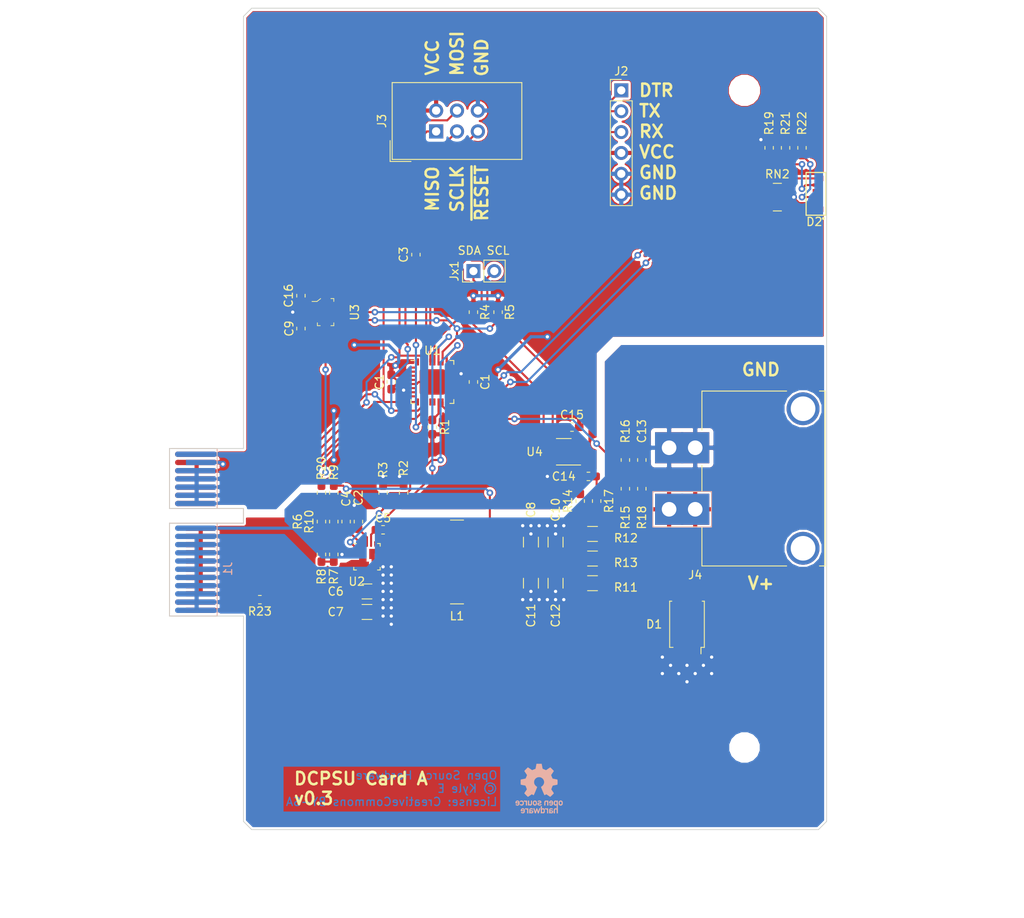
<source format=kicad_pcb>
(kicad_pcb (version 20171130) (host pcbnew 5.0.2+dfsg1-1)
  (title_block (title "DCPSU Card A") (date 2020-11-01) (rev v0.3) (comment 2 "License: CC BY-SA") (comment 3 https://www.eevblog.com/projects/usupply/) (comment 4 "Based on EEVblog's µSupply project"))
  (layers (0 F.Cu signal) (31 B.Cu signal) (34 B.Paste user) (35 F.Paste user) (36 B.SilkS user) (37 F.SilkS user) (38 B.Mask user) (39 F.Mask user) (44 Edge.Cuts user))
  (net 0 "")
  (net 1 /~RESET)
  (net 2 GND)
  (net 3 +5V)
  (net 4 "Net-(C4-Pad1)")
  (net 5 "Net-(C5-Pad2)")
  (net 6 "Net-(C5-Pad1)")
  (net 7 +24V)
  (net 8 "Net-(C10-Pad2)")
  (net 9 /ADC-VOUT)
  (net 10 "Net-(D1-Pad1)")
  (net 11 CARD-SCLK)
  (net 12 CARD-MISO)
  (net 13 CARD-MOSI)
  (net 14 CARD-SS)
  (net 15 /UART-TX)
  (net 16 /UART-RX)
  (net 17 /PWR-EN)
  (net 18 /PWR-PWM)
  (net 19 "Net-(R10-Pad2)")
  (net 20 "Net-(U1-Pad1)")
  (net 21 "Net-(U1-Pad2)")
  (net 22 "Net-(U1-Pad3)")
  (net 23 "Net-(U1-Pad6)")
  (net 24 "Net-(U1-Pad7)")
  (net 25 "Net-(U1-Pad8)")
  (net 26 "Net-(U1-Pad12)")
  (net 27 "Net-(U1-Pad13)")
  (net 28 "Net-(U1-Pad16)")
  (net 29 "Net-(U1-Pad17)")
  (net 30 "Net-(U1-Pad22)")
  (net 31 "Net-(U1-Pad23)")
  (net 32 "Net-(U1-Pad24)")
  (net 33 /SCL)
  (net 34 /SDA)
  (net 35 "Net-(U1-Pad32)")
  (net 36 "Net-(C14-Pad2)")
  (net 37 "Net-(C14-Pad1)")
  (net 38 "Net-(R7-Pad2)")
  (net 39 "Net-(R10-Pad1)")
  (net 40 "Net-(C3-Pad2)")
  (net 41 "Net-(D2-Pad3)")
  (net 42 "Net-(D2-Pad6)")
  (net 43 "Net-(D2-Pad1)")
  (net 44 /LED2)
  (net 45 "Net-(RN2-Pad6)")
  (net 46 "Net-(RN2-Pad3)")
  (net 47 /LED1)
  (net 48 "Net-(J1-PadA18)")
  (net 49 "Net-(RN2-Pad1)")
  (net 50 "Net-(C2-Pad2)")
  (net 51 GNDA)
  (net 52 GNDPWR)
  (net 53 "Net-(C16-Pad1)")
  (net 54 "Net-(R20-Pad1)")
  (net 55 "Net-(U3-Pad6)")
  (net 56 "Net-(J1-PadA2)")
  (module custom-footprints:QFN-20-2EP_3x3mm_AOZ2151PQI-10 (layer F.Cu) (at 104.04 96.78)
    (fp_text reference U2 (at -1.24 3.02 180) (layer F.SilkS))
    (fp_text value AOZ2151PQI-10)
    (pad 1 smd rect (at -1.35 -1) (size 0.3 0.2) (layers F.Cu F.Paste F.Mask) (net 18 /PWR-PWM))
    (pad 2 smd rect (at -1.35 -0.5) (size 0.3 0.2) (layers F.Cu F.Paste F.Mask) (net 19 "Net-(R10-Pad2)"))
    (pad 3 smd rect (at -1.35 0) (size 0.3 0.2) (layers F.Cu F.Paste F.Mask) (net 51 GNDA))
    (pad 4 smd custom (at -1.35 0.5) (size 0.3 0.2) (layers F.Cu F.Mask) (net 7 +24V) (options (clearance outline) (anchor rect)) (primitives (gr_poly (pts (xy 0.24 -0.1) (xy 0.395 -0.1) (xy 0.395 -1.455) (xy 1.295 -1.455) (xy 1.295 0.1) (xy 1.59 0.1) (xy 1.59 1) (xy 0.24 1)) (width 0)) (gr_poly (pts (xy -0.15 -0.1) (xy 0.24 -0.1) (xy 0.24 0.1) (xy -0.15 0.1)) (width 0)) (gr_poly (pts (xy -0.15 0.4) (xy 0.24 0.4) (xy 0.24 0.6) (xy -0.15 0.6)) (width 0))))
    (pad 9 smd custom (at 0.76 1.35) (size 0.4 0.3) (layers F.Cu F.Mask) (net 5 "Net-(C5-Pad2)") (options (clearance outline) (anchor rect)) (primitives (gr_poly (pts (xy -0.2 0.15) (xy -0.2 -1.07) (xy -0.49 -1.07) (xy -0.49 -2.31) (xy 0.44 -2.31) (xy 0.44 -2.45) (xy 0.74 -2.45) (xy 0.74 -1.75) (xy 0.2 -1.75) (xy 0.2 0.15)) (width 0))))
    (pad 11 smd rect (at 1.37 0.5) (size 0.26 1.2) (layers F.Cu F.Paste F.Mask) (net 52 GNDPWR))
    (pad 15 smd rect (at 1 -1.35) (size 0.2 0.3) (layers F.Cu F.Paste F.Mask) (net 17 /PWR-EN))
    (pad 16 smd rect (at 0.5 -1.35) (size 0.2 0.3) (layers F.Cu F.Paste F.Mask) (net 6 "Net-(C5-Pad1)"))
    (pad 17 smd rect (at 0 -1.35) (size 0.2 0.3) (layers F.Cu F.Paste F.Mask) (net 50 "Net-(C2-Pad2)"))
    (pad 18 smd rect (at -1 -1.35) (size 0.2 0.3) (layers F.Cu F.Paste F.Mask) (net 4 "Net-(C4-Pad1)"))
    (pad 5 smd circle (at -1.35 1) (size 0.2 0.2) (layers F.Cu F.Paste F.Mask) (net 7 +24V) (clearance 0.0001))
    (pad 13 smd circle (at 1.35 -0.55) (size 0.2 0.2) (layers F.Cu F.Mask) (net 5 "Net-(C5-Pad2)") (clearance 0.0001))
    (pad 14 smd circle (at 1.35 -0.95) (size 0.2 0.2) (layers F.Cu F.Mask) (net 5 "Net-(C5-Pad2)") (clearance 0.0001))
    (pad 10 smd circle (at 1.37 0.98) (size 0.2 0.2) (layers F.Cu F.Paste F.Mask) (net 52 GNDPWR) (clearance 0.0001))
    (pad 12 smd circle (at 1.37 0.02) (size 0.2 0.2) (layers F.Cu F.Paste F.Mask) (net 52 GNDPWR) (clearance 0.0001))
    (pad 6 smd circle (at -1 1.35) (size 0.2 0.2) (layers F.Cu F.Mask) (net 7 +24V) (clearance 0.0001))
    (pad 7 smd circle (at -0.45 1.35) (size 0.2 0.2) (layers F.Cu F.Mask) (net 7 +24V) (clearance 0.0001))
    (pad 8 smd circle (at 0.1 1.35) (size 0.2 0.2) (layers F.Cu F.Mask) (net 7 +24V) (clearance 0.0001))
  )
  (module Resistor_SMD:R_0603_1608Metric_Pad1.05x0.95mm_HandSolder (layer F.Cu) (at 98.5 89 90)
    (fp_text reference R20 (at 3 0 90) (layer F.SilkS))
    (fp_text value 3k)
    (pad 2 smd roundrect (at 0.875 0 90) (size 1.05 0.95) (layers F.Cu F.Paste F.Mask) (net 53 "Net-(C16-Pad1)"))
    (pad 1 smd roundrect (at -0.875 0 90) (size 1.05 0.95) (layers F.Cu F.Paste F.Mask) (net 54 "Net-(R20-Pad1)"))
  )
  (module Capacitor_SMD:C_0603_1608Metric_Pad1.05x0.95mm_HandSolder (layer F.Cu) (at 110 60 90)
    (fp_text reference C3 (at 0 -1.5 90) (layer F.SilkS))
    (fp_text value 0.1u)
    (pad 2 smd roundrect (at 0.875 0 90) (size 1.05 0.95) (layers F.Cu F.Paste F.Mask) (net 40 "Net-(C3-Pad2)"))
    (pad 1 smd roundrect (at -0.875 0 90) (size 1.05 0.95) (layers F.Cu F.Paste F.Mask) (net 1 /~RESET))
  )
  (module Capacitor_SMD:C_0603_1608Metric_Pad1.05x0.95mm_HandSolder (layer F.Cu) (at 106 93.5)
    (fp_text reference C5 (at 0 -1.43) (layer F.SilkS))
    (fp_text value 0.1u)
    (pad 2 smd roundrect (at 0.875 0) (size 1.05 0.95) (layers F.Cu F.Paste F.Mask) (net 5 "Net-(C5-Pad2)"))
    (pad 1 smd roundrect (at -0.875 0) (size 1.05 0.95) (layers F.Cu F.Paste F.Mask) (net 6 "Net-(C5-Pad1)"))
  )
  (module Capacitor_SMD:C_0603_1608Metric_Pad1.05x0.95mm_HandSolder (layer F.Cu) (at 131 87)
    (fp_text reference C14 (at -3 0) (layer F.SilkS))
    (fp_text value 0.1u)
    (pad 2 smd roundrect (at 0.875 0) (size 1.05 0.95) (layers F.Cu F.Paste F.Mask) (net 36 "Net-(C14-Pad2)"))
    (pad 1 smd roundrect (at -0.875 0) (size 1.05 0.95) (layers F.Cu F.Paste F.Mask) (net 37 "Net-(C14-Pad1)"))
  )
  (module custom-footprints:TO-277B-MBR860S (layer F.Cu) (at 143 105 180)
    (fp_text reference D1 (at 4 0) (layer F.SilkS))
    (fp_text value D_Schottky)
    (pad 2 smd rect (at -0.97 -3.15 180) (size 0.95 1) (layers F.Cu F.Paste F.Mask) (net 52 GNDPWR))
    (pad 1 smd rect (at 0 1.2 180) (size 3.2 4.9) (layers F.Cu F.Mask) (net 10 "Net-(D1-Pad1)"))
    (pad 2 smd rect (at 0.97 -3.15 180) (size 0.95 1) (layers F.Cu F.Paste F.Mask) (net 52 GNDPWR))
  )
  (module Capacitor_SMD:C_0603_1608Metric_Pad1.05x0.95mm_HandSolder (layer F.Cu) (at 117 75.5 270)
    (fp_text reference C1 (at 0 -1.43 270) (layer F.SilkS))
    (fp_text value 1u)
    (pad 2 smd roundrect (at 0.875 0 270) (size 1.05 0.95) (layers F.Cu F.Paste F.Mask) (net 3 +5V))
    (pad 1 smd roundrect (at -0.875 0 270) (size 1.05 0.95) (layers F.Cu F.Paste F.Mask) (net 2 GND))
  )
  (module Capacitor_SMD:C_0603_1608Metric_Pad1.05x0.95mm_HandSolder (layer F.Cu) (at 103 92.5 270)
    (fp_text reference C2 (at -2.9 0 270) (layer F.SilkS))
    (fp_text value 10u)
    (pad 2 smd roundrect (at 0.875 0 270) (size 1.05 0.95) (layers F.Cu F.Paste F.Mask) (net 50 "Net-(C2-Pad2)"))
    (pad 1 smd roundrect (at -0.875 0 270) (size 1.05 0.95) (layers F.Cu F.Paste F.Mask) (net 51 GNDA))
  )
  (module Capacitor_SMD:C_0603_1608Metric_Pad1.05x0.95mm_HandSolder (layer F.Cu) (at 101.5 92.5 90)
    (fp_text reference C4 (at 2.794 0 90) (layer F.SilkS))
    (fp_text value 0.1u)
    (pad 2 smd roundrect (at 0.875 0 90) (size 1.05 0.95) (layers F.Cu F.Paste F.Mask) (net 51 GNDA))
    (pad 1 smd roundrect (at -0.875 0 90) (size 1.05 0.95) (layers F.Cu F.Paste F.Mask) (net 4 "Net-(C4-Pad1)"))
  )
  (module Capacitor_SMD:C_1206_3216Metric_Pad1.42x1.75mm_HandSolder (layer F.Cu) (at 104.04 101)
    (fp_text reference C6 (at -3.81 0) (layer F.SilkS))
    (fp_text value 10u)
    (pad 2 smd roundrect (at 1.4875 0) (size 1.425 1.75) (layers F.Cu F.Paste F.Mask) (roundrect_rratio 0.175439) (net 52 GNDPWR))
    (pad 1 smd roundrect (at -1.4875 0) (size 1.425 1.75) (layers F.Cu F.Paste F.Mask) (roundrect_rratio 0.175439) (net 7 +24V))
  )
  (module Capacitor_SMD:C_1206_3216Metric_Pad1.42x1.75mm_HandSolder (layer F.Cu) (at 104.04 103.5)
    (fp_text reference C7 (at -3.81 0) (layer F.SilkS))
    (fp_text value 10u)
    (pad 2 smd roundrect (at 1.4875 0) (size 1.425 1.75) (layers F.Cu F.Paste F.Mask) (roundrect_rratio 0.175439) (net 52 GNDPWR))
    (pad 1 smd roundrect (at -1.4875 0) (size 1.425 1.75) (layers F.Cu F.Paste F.Mask) (roundrect_rratio 0.175439) (net 7 +24V))
  )
  (module Capacitor_SMD:C_1206_3216Metric_Pad1.42x1.75mm_HandSolder (layer F.Cu) (at 124 95 270)
    (fp_text reference C8 (at -3.937 0 270) (layer F.SilkS))
    (fp_text value 22u)
    (pad 2 smd roundrect (at 1.4875 0 270) (size 1.425 1.75) (layers F.Cu F.Paste F.Mask) (roundrect_rratio 0.175439) (net 8 "Net-(C10-Pad2)"))
    (pad 1 smd roundrect (at -1.4875 0 270) (size 1.425 1.75) (layers F.Cu F.Paste F.Mask) (roundrect_rratio 0.175439) (net 52 GNDPWR))
  )
  (module Capacitor_SMD:C_0603_1608Metric_Pad1.05x0.95mm_HandSolder (layer F.Cu) (at 96 69 90)
    (fp_text reference C9 (at 0 -1.43 90) (layer F.SilkS))
    (fp_text value 0.1u)
    (pad 2 smd roundrect (at 0.875 0 90) (size 1.05 0.95) (layers F.Cu F.Paste F.Mask) (net 2 GND))
    (pad 1 smd roundrect (at -0.875 0 90) (size 1.05 0.95) (layers F.Cu F.Paste F.Mask) (net 3 +5V))
  )
  (module Capacitor_SMD:C_1206_3216Metric_Pad1.42x1.75mm_HandSolder (layer F.Cu) (at 127 95 270)
    (fp_text reference C10 (at -3.937 0 270) (layer F.SilkS))
    (fp_text value 22u)
    (pad 2 smd roundrect (at 1.4875 0 270) (size 1.425 1.75) (layers F.Cu F.Paste F.Mask) (roundrect_rratio 0.175439) (net 8 "Net-(C10-Pad2)"))
    (pad 1 smd roundrect (at -1.4875 0 270) (size 1.425 1.75) (layers F.Cu F.Paste F.Mask) (roundrect_rratio 0.175439) (net 52 GNDPWR))
  )
  (module Capacitor_SMD:C_1206_3216Metric_Pad1.42x1.75mm_HandSolder (layer F.Cu) (at 124 100 90)
    (fp_text reference C11 (at -3.937 0 90) (layer F.SilkS))
    (fp_text value 22u)
    (pad 2 smd roundrect (at 1.4875 0 90) (size 1.425 1.75) (layers F.Cu F.Paste F.Mask) (roundrect_rratio 0.175439) (net 8 "Net-(C10-Pad2)"))
    (pad 1 smd roundrect (at -1.4875 0 90) (size 1.425 1.75) (layers F.Cu F.Paste F.Mask) (roundrect_rratio 0.175439) (net 52 GNDPWR))
  )
  (module Capacitor_SMD:C_1206_3216Metric_Pad1.42x1.75mm_HandSolder (layer F.Cu) (at 127 100 90)
    (fp_text reference C12 (at -3.937 0 90) (layer F.SilkS))
    (fp_text value 22u)
    (pad 2 smd roundrect (at 1.4875 0 90) (size 1.425 1.75) (layers F.Cu F.Paste F.Mask) (roundrect_rratio 0.175439) (net 8 "Net-(C10-Pad2)"))
    (pad 1 smd roundrect (at -1.4875 0 90) (size 1.425 1.75) (layers F.Cu F.Paste F.Mask) (roundrect_rratio 0.175439) (net 52 GNDPWR))
  )
  (module Capacitor_SMD:C_0603_1608Metric_Pad1.05x0.95mm_HandSolder (layer F.Cu) (at 137.5 85 90)
    (fp_text reference C13 (at 3.5 0 90) (layer F.SilkS))
    (fp_text value 0.1u)
    (pad 2 smd roundrect (at 0.875 0 90) (size 1.05 0.95) (layers F.Cu F.Paste F.Mask) (net 52 GNDPWR))
    (pad 1 smd roundrect (at -0.875 0 90) (size 1.05 0.95) (layers F.Cu F.Paste F.Mask) (net 9 /ADC-VOUT))
  )
  (module custom-footprints:L_Pad4.05x4.4mm_LMLP1011 (layer F.Cu) (at 115 97.415)
    (fp_text reference L1 (at 0 6.585) (layer F.SilkS))
    (fp_text value 10uH)
    (pad 2 smd roundrect (at 4.725 0) (size 4.05 4.4) (layers F.Cu F.Paste F.Mask) (roundrect_rratio 0.078) (net 8 "Net-(C10-Pad2)"))
    (pad 1 smd roundrect (at -4.725 0) (size 4.05 4.4) (layers F.Cu F.Paste F.Mask) (roundrect_rratio 0.078) (net 5 "Net-(C5-Pad2)"))
  )
  (module Resistor_SMD:R_0603_1608Metric_Pad1.05x0.95mm_HandSolder (layer F.Cu) (at 112 81 90)
    (fp_text reference R1 (at 0 1.524 90) (layer F.SilkS))
    (fp_text value 33k)
    (pad 2 smd roundrect (at 0.875 0 90) (size 1.05 0.95) (layers F.Cu F.Paste F.Mask) (net 1 /~RESET))
    (pad 1 smd roundrect (at -0.875 0 90) (size 1.05 0.95) (layers F.Cu F.Paste F.Mask) (net 3 +5V))
  )
  (module Resistor_SMD:R_0603_1608Metric_Pad1.05x0.95mm_HandSolder (layer F.Cu) (at 108.5 89 90)
    (fp_text reference R2 (at 3 0 90) (layer F.SilkS))
    (fp_text value 33k)
    (pad 2 smd roundrect (at 0.875 0 90) (size 1.05 0.95) (layers F.Cu F.Paste F.Mask) (net 2 GND))
    (pad 1 smd roundrect (at -0.875 0 90) (size 1.05 0.95) (layers F.Cu F.Paste F.Mask) (net 17 /PWR-EN))
  )
  (module Resistor_SMD:R_0603_1608Metric_Pad1.05x0.95mm_HandSolder (layer F.Cu) (at 106 89 90)
    (fp_text reference R3 (at 2.8 0 90) (layer F.SilkS))
    (fp_text value 33k)
    (pad 2 smd roundrect (at 0.875 0 90) (size 1.05 0.95) (layers F.Cu F.Paste F.Mask) (net 2 GND))
    (pad 1 smd roundrect (at -0.875 0 90) (size 1.05 0.95) (layers F.Cu F.Paste F.Mask) (net 18 /PWR-PWM))
  )
  (module Resistor_SMD:R_0603_1608Metric_Pad1.05x0.95mm_HandSolder (layer F.Cu) (at 117 67 270)
    (fp_text reference R4 (at 0 -1.43 270) (layer F.SilkS))
    (fp_text value 33k)
    (pad 2 smd roundrect (at 0.875 0 270) (size 1.05 0.95) (layers F.Cu F.Paste F.Mask) (net 34 /SDA))
    (pad 1 smd roundrect (at -0.875 0 270) (size 1.05 0.95) (layers F.Cu F.Paste F.Mask) (net 3 +5V))
  )
  (module Resistor_SMD:R_0603_1608Metric_Pad1.05x0.95mm_HandSolder (layer F.Cu) (at 120 67 270)
    (fp_text reference R5 (at 0 -1.43 270) (layer F.SilkS))
    (fp_text value 33k)
    (pad 2 smd roundrect (at 0.875 0 270) (size 1.05 0.95) (layers F.Cu F.Paste F.Mask) (net 33 /SCL))
    (pad 1 smd roundrect (at -0.875 0 270) (size 1.05 0.95) (layers F.Cu F.Paste F.Mask) (net 3 +5V))
  )
  (module Resistor_SMD:R_0603_1608Metric_Pad1.05x0.95mm_HandSolder (layer F.Cu) (at 98.5 92.5 90)
    (fp_text reference R6 (at 0 -2.9 90) (layer F.SilkS))
    (fp_text value 10k)
    (pad 2 smd roundrect (at 0.875 0 90) (size 1.05 0.95) (layers F.Cu F.Paste F.Mask) (net 54 "Net-(R20-Pad1)"))
    (pad 1 smd roundrect (at -0.875 0 90) (size 1.05 0.95) (layers F.Cu F.Paste F.Mask) (net 19 "Net-(R10-Pad2)"))
  )
  (module Resistor_SMD:R_0603_1608Metric_Pad1.05x0.95mm_HandSolder (layer F.Cu) (at 100 96.5 270)
    (fp_text reference R7 (at 2.7 0 270) (layer F.SilkS))
    (fp_text value 2k)
    (pad 2 smd roundrect (at 0.875 0 270) (size 1.05 0.95) (layers F.Cu F.Paste F.Mask) (net 38 "Net-(R7-Pad2)"))
    (pad 1 smd roundrect (at -0.875 0 270) (size 1.05 0.95) (layers F.Cu F.Paste F.Mask) (net 19 "Net-(R10-Pad2)"))
  )
  (module Resistor_SMD:R_0603_1608Metric_Pad1.05x0.95mm_HandSolder (layer F.Cu) (at 98.5 96.5 90)
    (fp_text reference R8 (at -2.7 0 90) (layer F.SilkS))
    (fp_text value 0)
    (pad 2 smd roundrect (at 0.875 0 90) (size 1.05 0.95) (layers F.Cu F.Paste F.Mask) (net 51 GNDA))
    (pad 1 smd roundrect (at -0.875 0 90) (size 1.05 0.95) (layers F.Cu F.Paste F.Mask) (net 38 "Net-(R7-Pad2)"))
  )
  (module Resistor_SMD:R_0603_1608Metric_Pad1.05x0.95mm_HandSolder (layer F.Cu) (at 100 89 270)
    (fp_text reference R9 (at -2.5 0 90) (layer F.SilkS))
    (fp_text value 47k)
    (pad 2 smd roundrect (at 0.875 0 270) (size 1.05 0.95) (layers F.Cu F.Paste F.Mask) (net 39 "Net-(R10-Pad1)"))
    (pad 1 smd roundrect (at -0.875 0 270) (size 1.05 0.95) (layers F.Cu F.Paste F.Mask) (net 8 "Net-(C10-Pad2)"))
  )
  (module Resistor_SMD:R_0603_1608Metric_Pad1.05x0.95mm_HandSolder (layer F.Cu) (at 100 92.5 270)
    (fp_text reference R10 (at 0 3 270) (layer F.SilkS))
    (fp_text value 0)
    (pad 2 smd roundrect (at 0.875 0 270) (size 1.05 0.95) (layers F.Cu F.Paste F.Mask) (net 19 "Net-(R10-Pad2)"))
    (pad 1 smd roundrect (at -0.875 0 270) (size 1.05 0.95) (layers F.Cu F.Paste F.Mask) (net 39 "Net-(R10-Pad1)"))
  )
  (module Resistor_SMD:R_1206_3216Metric_Pad1.42x1.75mm_HandSolder (layer F.Cu) (at 131.5 94)
    (fp_text reference R12 (at 4.064 0.508) (layer F.SilkS))
    (fp_text value 240m)
    (pad 2 smd roundrect (at 1.4875 0) (size 1.425 1.75) (layers F.Cu F.Paste F.Mask) (roundrect_rratio 0.175439) (net 10 "Net-(D1-Pad1)"))
    (pad 1 smd roundrect (at -1.4875 0) (size 1.425 1.75) (layers F.Cu F.Paste F.Mask) (roundrect_rratio 0.175439) (net 8 "Net-(C10-Pad2)"))
  )
  (module Resistor_SMD:R_1206_3216Metric_Pad1.42x1.75mm_HandSolder (layer F.Cu) (at 131.5 97)
    (fp_text reference R13 (at 4.064 0.508) (layer F.SilkS))
    (fp_text value 240m)
    (pad 2 smd roundrect (at 1.4875 0) (size 1.425 1.75) (layers F.Cu F.Paste F.Mask) (roundrect_rratio 0.175439) (net 10 "Net-(D1-Pad1)"))
    (pad 1 smd roundrect (at -1.4875 0) (size 1.425 1.75) (layers F.Cu F.Paste F.Mask) (roundrect_rratio 0.175439) (net 8 "Net-(C10-Pad2)"))
  )
  (module Resistor_SMD:R_0603_1608Metric_Pad1.05x0.95mm_HandSolder (layer F.Cu) (at 135.5 88.5 270)
    (fp_text reference R15 (at 3.5 0 270) (layer F.SilkS))
    (fp_text value "18k 0.1%")
    (pad 2 smd roundrect (at 0.875 0 270) (size 1.05 0.95) (layers F.Cu F.Paste F.Mask) (net 10 "Net-(D1-Pad1)"))
    (pad 1 smd roundrect (at -0.875 0 270) (size 1.05 0.95) (layers F.Cu F.Paste F.Mask) (net 9 /ADC-VOUT))
  )
  (module Resistor_SMD:R_0603_1608Metric_Pad1.05x0.95mm_HandSolder (layer F.Cu) (at 135.5 85 270)
    (fp_text reference R16 (at -3.5 0 270) (layer F.SilkS))
    (fp_text value "18k 0.1%")
    (pad 2 smd roundrect (at 0.875 0 270) (size 1.05 0.95) (layers F.Cu F.Paste F.Mask) (net 9 /ADC-VOUT))
    (pad 1 smd roundrect (at -0.875 0 270) (size 1.05 0.95) (layers F.Cu F.Paste F.Mask) (net 52 GNDPWR))
  )
  (module Resistor_SMD:R_0603_1608Metric_Pad1.05x0.95mm_HandSolder (layer F.Cu) (at 132 90 270)
    (fp_text reference R17 (at 0 -1.5 270) (layer F.SilkS))
    (fp_text value 10)
    (pad 2 smd roundrect (at 0.875 0 270) (size 1.05 0.95) (layers F.Cu F.Paste F.Mask) (net 10 "Net-(D1-Pad1)"))
    (pad 1 smd roundrect (at -0.875 0 270) (size 1.05 0.95) (layers F.Cu F.Paste F.Mask) (net 36 "Net-(C14-Pad2)"))
  )
  (module Package_DFN_QFN:QFN-32-1EP_5x5mm_P0.5mm_EP3.1x3.1mm (layer F.Cu) (at 112 75.5)
    (fp_text reference U1 (at 0 -3.82) (layer F.SilkS))
    (fp_text value ATtiny87-MU)
    (pad 32 smd roundrect (at -1.75 -2.4375) (size 0.25 0.875) (layers F.Cu F.Paste F.Mask) (net 35 "Net-(U1-Pad32)"))
    (pad 31 smd roundrect (at -1.25 -2.4375) (size 0.25 0.875) (layers F.Cu F.Paste F.Mask) (net 12 CARD-MISO))
    (pad 30 smd roundrect (at -0.75 -2.4375) (size 0.25 0.875) (layers F.Cu F.Paste F.Mask) (net 15 /UART-TX))
    (pad 29 smd roundrect (at -0.25 -2.4375) (size 0.25 0.875) (layers F.Cu F.Paste F.Mask) (net 16 /UART-RX))
    (pad 28 smd roundrect (at 0.25 -2.4375) (size 0.25 0.875) (layers F.Cu F.Paste F.Mask) (net 34 /SDA))
    (pad 27 smd roundrect (at 0.75 -2.4375) (size 0.25 0.875) (layers F.Cu F.Paste F.Mask) (net 17 /PWR-EN))
    (pad 26 smd roundrect (at 1.25 -2.4375) (size 0.25 0.875) (layers F.Cu F.Paste F.Mask) (net 33 /SCL))
    (pad 25 smd roundrect (at 1.75 -2.4375) (size 0.25 0.875) (layers F.Cu F.Paste F.Mask) (net 18 /PWR-PWM))
    (pad 24 smd roundrect (at 2.4375 -1.75) (size 0.875 0.25) (layers F.Cu F.Paste F.Mask) (net 32 "Net-(U1-Pad24)"))
    (pad 23 smd roundrect (at 2.4375 -1.25) (size 0.875 0.25) (layers F.Cu F.Paste F.Mask) (net 31 "Net-(U1-Pad23)"))
    (pad 22 smd roundrect (at 2.4375 -0.75) (size 0.875 0.25) (layers F.Cu F.Paste F.Mask) (net 30 "Net-(U1-Pad22)"))
    (pad 21 smd roundrect (at 2.4375 -0.25) (size 0.875 0.25) (layers F.Cu F.Paste F.Mask) (net 2 GND))
    (pad 20 smd roundrect (at 2.4375 0.25) (size 0.875 0.25) (layers F.Cu F.Paste F.Mask) (net 3 +5V))
    (pad 19 smd roundrect (at 2.4375 0.75) (size 0.875 0.25) (layers F.Cu F.Paste F.Mask) (net 47 /LED1))
    (pad 18 smd roundrect (at 2.4375 1.25) (size 0.875 0.25) (layers F.Cu F.Paste F.Mask) (net 44 /LED2))
    (pad 17 smd roundrect (at 2.4375 1.75) (size 0.875 0.25) (layers F.Cu F.Paste F.Mask) (net 29 "Net-(U1-Pad17)"))
    (pad 16 smd roundrect (at 1.75 2.4375) (size 0.25 0.875) (layers F.Cu F.Paste F.Mask) (net 28 "Net-(U1-Pad16)"))
    (pad 15 smd roundrect (at 1.25 2.4375) (size 0.25 0.875) (layers F.Cu F.Paste F.Mask) (net 9 /ADC-VOUT))
    (pad 14 smd roundrect (at 0.75 2.4375) (size 0.25 0.875) (layers F.Cu F.Paste F.Mask) (net 1 /~RESET))
    (pad 13 smd roundrect (at 0.25 2.4375) (size 0.25 0.875) (layers F.Cu F.Paste F.Mask) (net 27 "Net-(U1-Pad13)"))
    (pad 12 smd roundrect (at -0.25 2.4375) (size 0.25 0.875) (layers F.Cu F.Paste F.Mask) (net 26 "Net-(U1-Pad12)"))
    (pad 11 smd roundrect (at -0.75 2.4375) (size 0.25 0.875) (layers F.Cu F.Paste F.Mask) (net 14 CARD-SS))
    (pad 10 smd roundrect (at -1.25 2.4375) (size 0.25 0.875) (layers F.Cu F.Paste F.Mask) (net 11 CARD-SCLK))
    (pad 9 smd roundrect (at -1.75 2.4375) (size 0.25 0.875) (layers F.Cu F.Paste F.Mask) (net 13 CARD-MOSI))
    (pad 8 smd roundrect (at -2.4375 1.75) (size 0.875 0.25) (layers F.Cu F.Paste F.Mask) (net 25 "Net-(U1-Pad8)"))
    (pad 7 smd roundrect (at -2.4375 1.25) (size 0.875 0.25) (layers F.Cu F.Paste F.Mask) (net 24 "Net-(U1-Pad7)"))
    (pad 6 smd roundrect (at -2.4375 0.75) (size 0.875 0.25) (layers F.Cu F.Paste F.Mask) (net 23 "Net-(U1-Pad6)"))
    (pad 5 smd roundrect (at -2.4375 0.25) (size 0.875 0.25) (layers F.Cu F.Paste F.Mask) (net 2 GND))
    (pad 4 smd roundrect (at -2.4375 -0.25) (size 0.875 0.25) (layers F.Cu F.Paste F.Mask) (net 3 +5V))
    (pad 3 smd roundrect (at -2.4375 -0.75) (size 0.875 0.25) (layers F.Cu F.Paste F.Mask) (net 22 "Net-(U1-Pad3)"))
    (pad 2 smd roundrect (at -2.4375 -1.25) (size 0.875 0.25) (layers F.Cu F.Paste F.Mask) (net 21 "Net-(U1-Pad2)"))
    (pad 1 smd roundrect (at -2.4375 -1.75) (size 0.875 0.25) (layers F.Cu F.Paste F.Mask) (net 20 "Net-(U1-Pad1)"))
    (pad 33 smd roundrect (at 0 0) (size 3.1 3.1) (layers F.Cu F.Mask) (roundrect_rratio 0.08064499999999999) (net 2 GND))
  )
  (module Capacitor_SMD:C_0603_1608Metric_Pad1.05x0.95mm_HandSolder (layer F.Cu) (at 129 81 180)
    (fp_text reference C15 (at 0 1.5) (layer F.SilkS))
    (fp_text value 0.1u)
    (pad 1 smd roundrect (at -0.875 0 180) (size 1.05 0.95) (layers F.Cu F.Paste F.Mask) (net 3 +5V))
    (pad 2 smd roundrect (at 0.875 0 180) (size 1.05 0.95) (layers F.Cu F.Paste F.Mask) (net 2 GND))
  )
  (module Resistor_SMD:R_0603_1608Metric_Pad1.05x0.95mm_HandSolder (layer F.Cu) (at 137.5 88.5 90)
    (fp_text reference R18 (at -3.5 0 90) (layer F.SilkS))
    (fp_text value "18k 0.1%")
    (pad 1 smd roundrect (at -0.875 0 90) (size 1.05 0.95) (layers F.Cu F.Paste F.Mask) (net 10 "Net-(D1-Pad1)"))
    (pad 2 smd roundrect (at 0.875 0 90) (size 1.05 0.95) (layers F.Cu F.Paste F.Mask) (net 9 /ADC-VOUT))
  )
  (module Connector_Molex:Molex_Sabre_43160-1102_1x02_P7.49mm_Horizontal (layer F.Cu) (at 144 91 90)
    (fp_text reference J4 (at -8 0 180) (layer F.SilkS))
    (fp_text value Conn_01x02)
    (pad 1 thru_hole rect (at 0 0 90) (size 3.78 3.43) (drill 1.78) (layers *.Cu *.Mask) (net 10 "Net-(D1-Pad1)"))
    (pad 2 thru_hole rect (at 7.49 0 90) (size 3.78 3.43) (drill 1.78) (layers *.Cu *.Mask) (net 52 GNDPWR))
    (pad 1 thru_hole rect (at 0 -3.18 90) (size 3.78 3.43) (drill 1.78) (layers *.Cu *.Mask) (net 10 "Net-(D1-Pad1)"))
    (pad 2 thru_hole rect (at 7.49 -3.18 90) (size 3.78 3.43) (drill 1.78) (layers *.Cu *.Mask) (net 52 GNDPWR))
    (pad "" thru_hole circle (at -4.75 13.13 90) (size 4 4) (drill 3) (layers *.Cu *.Mask))
    (pad "" thru_hole circle (at 12.24 13.13 90) (size 4 4) (drill 3) (layers *.Cu *.Mask))
  )
  (module Resistor_SMD:R_1206_3216Metric_Pad1.42x1.75mm_HandSolder (layer F.Cu) (at 131.5 100)
    (fp_text reference R11 (at 4.064 0.508) (layer F.SilkS))
    (fp_text value 240m)
    (pad 1 smd roundrect (at -1.4875 0) (size 1.425 1.75) (layers F.Cu F.Paste F.Mask) (roundrect_rratio 0.175439) (net 8 "Net-(C10-Pad2)"))
    (pad 2 smd roundrect (at 1.4875 0) (size 1.425 1.75) (layers F.Cu F.Paste F.Mask) (roundrect_rratio 0.175439) (net 10 "Net-(D1-Pad1)"))
  )
  (module Resistor_SMD:R_0603_1608Metric_Pad1.05x0.95mm_HandSolder (layer F.Cu) (at 130 90 270)
    (fp_text reference R14 (at 0 1.5 270) (layer F.SilkS))
    (fp_text value 10)
    (pad 1 smd roundrect (at -0.875 0 270) (size 1.05 0.95) (layers F.Cu F.Paste F.Mask) (net 37 "Net-(C14-Pad1)"))
    (pad 2 smd roundrect (at 0.875 0 270) (size 1.05 0.95) (layers F.Cu F.Paste F.Mask) (net 8 "Net-(C10-Pad2)"))
  )
  (module Package_TO_SOT_SMD:SOT-23-8_Handsoldering (layer F.Cu) (at 128 84 180)
    (fp_text reference U4 (at 3.556 0 180) (layer F.SilkS))
    (fp_text value INA219AIDCNR)
    (pad 1 smd rect (at -1.35 -0.98 180) (size 1.56 0.4) (layers F.Cu F.Paste F.Mask) (net 37 "Net-(C14-Pad1)"))
    (pad 2 smd rect (at -1.35 -0.33 180) (size 1.56 0.4) (layers F.Cu F.Paste F.Mask) (net 36 "Net-(C14-Pad2)"))
    (pad 3 smd rect (at -1.35 0.33 180) (size 1.56 0.4) (layers F.Cu F.Paste F.Mask) (net 2 GND))
    (pad 4 smd rect (at -1.35 0.98 180) (size 1.56 0.4) (layers F.Cu F.Paste F.Mask) (net 3 +5V))
    (pad 5 smd rect (at 1.35 0.98 180) (size 1.56 0.4) (layers F.Cu F.Paste F.Mask) (net 33 /SCL))
    (pad 6 smd rect (at 1.35 0.33 180) (size 1.56 0.4) (layers F.Cu F.Paste F.Mask) (net 34 /SDA))
    (pad 7 smd rect (at 1.35 -0.33 180) (size 1.56 0.4) (layers F.Cu F.Paste F.Mask) (net 2 GND))
    (pad 8 smd rect (at 1.35 -0.98 180) (size 1.56 0.4) (layers F.Cu F.Paste F.Mask) (net 2 GND))
  )
  (module Connector_PinHeader_2.54mm:PinHeader_1x06_P2.54mm_Vertical (layer F.Cu) (at 135 40)
    (fp_text reference J2 (at 0 -2.33) (layer F.SilkS))
    (fp_text value Conn_01x06)
    (pad 6 thru_hole oval (at 0 12.7) (size 1.7 1.7) (drill 1) (layers *.Cu *.Mask) (net 2 GND))
    (pad 5 thru_hole oval (at 0 10.16) (size 1.7 1.7) (drill 1) (layers *.Cu *.Mask) (net 2 GND))
    (pad 4 thru_hole oval (at 0 7.62) (size 1.7 1.7) (drill 1) (layers *.Cu *.Mask) (net 3 +5V))
    (pad 3 thru_hole oval (at 0 5.08) (size 1.7 1.7) (drill 1) (layers *.Cu *.Mask) (net 16 /UART-RX))
    (pad 2 thru_hole oval (at 0 2.54) (size 1.7 1.7) (drill 1) (layers *.Cu *.Mask) (net 15 /UART-TX))
    (pad 1 thru_hole rect (at 0 0) (size 1.7 1.7) (drill 1) (layers *.Cu *.Mask) (net 40 "Net-(C3-Pad2)"))
  )
  (module Connector_IDC:IDC-Header_2x03_P2.54mm_Vertical (layer F.Cu) (at 112.46 45 90)
    (fp_text reference J3 (at 1.27 -6.604 90) (layer F.SilkS))
    (fp_text value AVR-ISP-6)
    (pad 1 thru_hole rect (at 0 0 90) (size 1.7272 1.7272) (drill 1.016) (layers *.Cu *.Mask) (net 12 CARD-MISO))
    (pad 2 thru_hole oval (at 2.54 0 90) (size 1.7272 1.7272) (drill 1.016) (layers *.Cu *.Mask) (net 3 +5V))
    (pad 3 thru_hole oval (at 0 2.54 90) (size 1.7272 1.7272) (drill 1.016) (layers *.Cu *.Mask) (net 11 CARD-SCLK))
    (pad 4 thru_hole oval (at 2.54 2.54 90) (size 1.7272 1.7272) (drill 1.016) (layers *.Cu *.Mask) (net 13 CARD-MOSI))
    (pad 5 thru_hole oval (at 0 5.08 90) (size 1.7272 1.7272) (drill 1.016) (layers *.Cu *.Mask) (net 1 /~RESET))
    (pad 6 thru_hole oval (at 2.54 5.08 90) (size 1.7272 1.7272) (drill 1.016) (layers *.Cu *.Mask) (net 2 GND))
  )
  (module Capacitor_SMD:C_0603_1608Metric_Pad1.05x0.95mm_HandSolder (layer F.Cu) (at 107 75.5 90)
    (fp_text reference C1 (at 0 -1.43 90) (layer F.SilkS))
    (fp_text value C_0603_1608Metric_Pad1.05x0.95mm_HandSolder)
    (pad 2 smd roundrect (at 0.875 0 90) (size 1.05 0.95) (layers F.Cu F.Paste F.Mask) (net 3 +5V))
    (pad 1 smd roundrect (at -0.875 0 90) (size 1.05 0.95) (layers F.Cu F.Paste F.Mask) (net 2 GND))
  )
  (module Connector_PinHeader_2.54mm:PinHeader_1x02_P2.54mm_Vertical (layer F.Cu) (at 117 62 90)
    (fp_text reference Jx1 (at 0 -2.33 90) (layer F.SilkS))
    (fp_text value PinHeader_1x02_P2.54mm_Vertical)
    (pad 2 thru_hole oval (at 0 2.54 90) (size 1.7 1.7) (drill 1) (layers *.Cu *.Mask) (net 33 /SCL))
    (pad 1 thru_hole rect (at 0 0 90) (size 1.7 1.7) (drill 1) (layers *.Cu *.Mask) (net 34 /SDA))
  )
  (module MountingHole:MountingHole_3.2mm_M3 (layer F.Cu) (at 150 40)
    (fp_text reference REF** hide)
    (fp_text value MountingHole_3.2mm_M3)
    (pad 1 np_thru_hole circle (at 0 0) (size 3.2 3.2) (drill 3.2) (layers *.Cu *.Mask))
  )
  (module MountingHole:MountingHole_3.2mm_M3 (layer F.Cu) (at 150 120)
    (fp_text reference REF** hide)
    (fp_text value MountingHole_3.2mm_M3)
    (pad 1 np_thru_hole circle (at 0 0) (size 3.2 3.2) (drill 3.2) (layers *.Cu *.Mask))
  )
  (module Symbol:OSHW-Logo_5.7x6mm_SilkScreen (layer B.Cu) (at 125 125 180)
    (fp_text reference REF** hide)
    (fp_text value OSHW-Logo_5.7x6mm_SilkScreen hide)
  )
  (module custom-footprints:QLS6B-FKW (layer F.Cu) (at 158.7 52.6 270)
    (fp_text reference D2 (at 3.4 0.2) (layer F.SilkS))
    (fp_text value QLS6B-FKW)
    (pad 5 smd rect (at -1.07 0 270) (size 0.4 0.8) (layers F.Cu F.Paste F.Mask) (net 47 /LED1))
    (pad 4 smd rect (at -0.39 0 270) (size 0.4 0.8) (layers F.Cu F.Paste F.Mask) (net 47 /LED1))
    (pad 3 smd rect (at 0.39 0 270) (size 0.4 0.8) (layers F.Cu F.Paste F.Mask) (net 41 "Net-(D2-Pad3)"))
    (pad 2 smd rect (at 1.07 0 270) (size 0.4 0.8) (layers F.Cu F.Paste F.Mask) (net 2 GND))
    (pad 6 smd rect (at -1.88 -0.585 270) (size 0.66 0.63) (layers F.Cu F.Paste F.Mask) (net 42 "Net-(D2-Pad6)"))
    (pad 1 smd rect (at 1.88 -0.585 270) (size 0.66 0.63) (layers F.Cu F.Paste F.Mask) (net 43 "Net-(D2-Pad1)"))
  )
  (module Resistor_SMD:R_0603_1608Metric_Pad1.05x0.95mm_HandSolder (layer F.Cu) (at 153 47 90)
    (fp_text reference R19 (at 3 0 90) (layer F.SilkS))
    (fp_text value 2k)
    (pad 2 smd roundrect (at 0.875 0 90) (size 1.05 0.95) (layers F.Cu F.Paste F.Mask) (net 2 GND))
    (pad 1 smd roundrect (at -0.875 0 90) (size 1.05 0.95) (layers F.Cu F.Paste F.Mask) (net 47 /LED1))
  )
  (module Resistor_SMD:R_0603_1608Metric_Pad1.05x0.95mm_HandSolder (layer F.Cu) (at 155 47 270)
    (fp_text reference R21 (at -3 0 270) (layer F.SilkS))
    (fp_text value 2k)
    (pad 2 smd roundrect (at 0.875 0 270) (size 1.05 0.95) (layers F.Cu F.Paste F.Mask) (net 41 "Net-(D2-Pad3)"))
    (pad 1 smd roundrect (at -0.875 0 270) (size 1.05 0.95) (layers F.Cu F.Paste F.Mask) (net 3 +5V))
  )
  (module Resistor_SMD:R_0603_1608Metric_Pad1.05x0.95mm_HandSolder (layer F.Cu) (at 157 47 270)
    (fp_text reference R22 (at -3 0 270) (layer F.SilkS))
    (fp_text value 2k)
    (pad 1 smd roundrect (at -0.875 0 270) (size 1.05 0.95) (layers F.Cu F.Paste F.Mask) (net 3 +5V))
    (pad 2 smd roundrect (at 0.875 0 270) (size 1.05 0.95) (layers F.Cu F.Paste F.Mask) (net 41 "Net-(D2-Pad3)"))
  )
  (module Capacitor_SMD:C_0603_1608Metric_Pad1.05x0.95mm_HandSolder (layer F.Cu) (at 96 65 270)
    (fp_text reference C16 (at 0 1.5 270) (layer F.SilkS))
    (fp_text value 0.1u)
    (pad 1 smd roundrect (at -0.875 0 270) (size 1.05 0.95) (layers F.Cu F.Paste F.Mask) (net 53 "Net-(C16-Pad1)"))
    (pad 2 smd roundrect (at 0.875 0 270) (size 1.05 0.95) (layers F.Cu F.Paste F.Mask) (net 2 GND))
  )
  (module Resistor_SMD:R_Array_Convex_4x0612 (layer F.Cu) (at 154 53)
    (fp_text reference RN2 (at 0 -2.8) (layer F.SilkS))
    (fp_text value 220)
    (pad 5 smd rect (at 0.7 1.27) (size 0.7 0.64) (layers F.Cu F.Paste F.Mask) (net 43 "Net-(D2-Pad1)"))
    (pad 6 smd rect (at 0.7 0.4) (size 0.7 0.5) (layers F.Cu F.Paste F.Mask) (net 45 "Net-(RN2-Pad6)"))
    (pad 8 smd rect (at 0.7 -1.27) (size 0.7 0.64) (layers F.Cu F.Paste F.Mask) (net 42 "Net-(D2-Pad6)"))
    (pad 7 smd rect (at 0.7 -0.4) (size 0.7 0.5) (layers F.Cu F.Paste F.Mask) (net 2 GND))
    (pad 4 smd rect (at -0.7 1.27) (size 0.7 0.64) (layers F.Cu F.Paste F.Mask) (net 44 /LED2))
    (pad 2 smd rect (at -0.7 -0.4) (size 0.7 0.5) (layers F.Cu F.Paste F.Mask) (net 49 "Net-(RN2-Pad1)"))
    (pad 3 smd rect (at -0.7 0.4) (size 0.7 0.5) (layers F.Cu F.Paste F.Mask) (net 46 "Net-(RN2-Pad3)"))
    (pad 1 smd rect (at -0.7 -1.27) (size 0.7 0.64) (layers F.Cu F.Paste F.Mask) (net 49 "Net-(RN2-Pad1)"))
  )
  (module digikey-footprints:SOT-23-6 (layer F.Cu) (at 99 67 270)
    (fp_text reference U3 (at 0.025 -3.55 270) (layer F.SilkS))
    (fp_text value MCP4706A0T-E_CH)
    (pad 3 smd rect (at 0.95 1.35 270) (size 0.55 1) (layers F.Cu F.Paste F.Mask) (net 3 +5V))
    (pad 2 smd rect (at 0 1.35 270) (size 0.55 1) (layers F.Cu F.Paste F.Mask) (net 2 GND))
    (pad 1 smd rect (at -0.95 1.35 270) (size 0.55 1) (layers F.Cu F.Paste F.Mask) (net 53 "Net-(C16-Pad1)"))
    (pad 4 smd rect (at 0.95 -1.35 270) (size 0.55 1) (layers F.Cu F.Paste F.Mask) (net 34 /SDA))
    (pad 5 smd rect (at 0 -1.35 270) (size 0.55 1) (layers F.Cu F.Paste F.Mask) (net 33 /SCL))
    (pad 6 smd rect (at -0.95 -1.35 270) (size 0.55 1) (layers F.Cu F.Paste F.Mask) (net 55 "Net-(U3-Pad6)"))
  )
  (module custom-footprints:BUS_PCIe_custom (layer B.Cu) (at 83.8 103.3 90)
    (fp_text reference J1 (at 5.05 3.31 90) (layer B.SilkS) (effects (justify mirror)))
    (fp_text value PCIe_x1)
    (pad "" connect circle (at 19 -2.8 90) (size 0.65 0.65) (layers B.Cu B.Mask))
    (pad B1 connect rect (at 0 -0.5 90) (size 0.65 4.6) (layers B.Cu B.Mask) (net 52 GNDPWR))
    (pad B2 connect rect (at 1 -0.5 90) (size 0.65 4.6) (layers B.Cu B.Mask) (net 52 GNDPWR))
    (pad B3 connect rect (at 2 -0.5 90) (size 0.65 4.6) (layers B.Cu B.Mask) (net 52 GNDPWR))
    (pad B4 connect rect (at 3 -0.5 90) (size 0.65 4.6) (layers B.Cu B.Mask) (net 52 GNDPWR))
    (pad B5 connect rect (at 4 -0.5 90) (size 0.65 4.6) (layers B.Cu B.Mask) (net 52 GNDPWR))
    (pad B6 connect rect (at 5 -0.5 90) (size 0.65 4.6) (layers B.Cu B.Mask) (net 52 GNDPWR))
    (pad B7 connect rect (at 6 -0.5 90) (size 0.65 4.6) (layers B.Cu B.Mask) (net 52 GNDPWR))
    (pad B8 connect rect (at 7 -0.5 90) (size 0.65 4.6) (layers B.Cu B.Mask) (net 52 GNDPWR))
    (pad B9 connect rect (at 8 -0.5 90) (size 0.65 4.6) (layers B.Cu B.Mask) (net 52 GNDPWR))
    (pad B10 connect rect (at 9 -0.5 90) (size 0.65 4.6) (layers B.Cu B.Mask) (net 52 GNDPWR))
    (pad B11 connect rect (at 10 -0.5 90) (size 0.65 4.6) (layers B.Cu B.Mask) (net 51 GNDA))
    (pad B14 connect rect (at 15 -0.5 90) (size 0.65 4.6) (layers B.Cu B.Mask) (net 2 GND))
    (pad B15 connect rect (at 16 -0.5 90) (size 0.65 4.6) (layers B.Cu B.Mask) (net 2 GND))
    (pad B16 connect rect (at 17 -0.5 90) (size 0.65 4.6) (layers B.Cu B.Mask) (net 2 GND))
    (pad B17 connect rect (at 18 0 90) (size 0.65 3.6) (layers B.Cu B.Mask) (net 3 +5V))
    (pad B18 connect rect (at 19 -0.5 90) (size 0.65 4.6) (layers B.Cu B.Mask) (net 2 GND))
    (pad B12 connect rect (at 13 -0.5 90) (size 0.65 4.6) (layers B.Cu B.Mask) (net 2 GND))
    (pad B13 connect rect (at 14 -0.5 90) (size 0.65 4.6) (layers B.Cu B.Mask) (net 2 GND))
    (pad A1 connect rect (at 0 0 90) (size 0.65 3.6) (layers F.Cu F.Mask) (net 52 GNDPWR))
    (pad A2 connect rect (at 1 -0.5 90) (size 0.65 4.6) (layers F.Cu F.Mask) (net 56 "Net-(J1-PadA2)"))
    (pad A14 connect rect (at 15 -0.5 90) (size 0.65 4.6) (layers F.Cu F.Mask) (net 12 CARD-MISO))
    (pad A15 connect rect (at 16 -0.5 90) (size 0.65 4.6) (layers F.Cu F.Mask) (net 11 CARD-SCLK))
    (pad A16 connect rect (at 17 -0.5 90) (size 0.65 4.6) (layers F.Cu F.Mask) (net 3 +5V))
    (pad A17 connect rect (at 18 -0.5 90) (size 0.65 4.6) (layers F.Cu F.Mask) (net 3 +5V))
    (pad A18 connect rect (at 19 -0.5 90) (size 0.65 4.6) (layers F.Cu F.Mask) (net 48 "Net-(J1-PadA18)"))
    (pad A12 connect rect (at 13 -0.5 90) (size 0.65 4.6) (layers F.Cu F.Mask) (net 14 CARD-SS))
    (pad A13 connect rect (at 14 -0.5 90) (size 0.65 4.6) (layers F.Cu F.Mask) (net 13 CARD-MOSI))
    (pad "" connect circle (at 2 -2.8 90) (size 0.65 0.65) (layers B.Cu B.Mask))
    (pad "" connect circle (at 3 -2.8 90) (size 0.65 0.65) (layers B.Cu B.Mask))
    (pad "" connect circle (at 4 -2.8 90) (size 0.65 0.65) (layers B.Cu B.Mask))
    (pad "" connect circle (at 5 -2.8 90) (size 0.65 0.65) (layers B.Cu B.Mask))
    (pad "" connect circle (at 6 -2.8 90) (size 0.65 0.65) (layers B.Cu B.Mask))
    (pad "" connect circle (at 7 -2.8 90) (size 0.65 0.65) (layers B.Cu B.Mask))
    (pad "" connect circle (at 8 -2.8 90) (size 0.65 0.65) (layers B.Cu B.Mask))
    (pad "" connect circle (at 9 -2.8 90) (size 0.65 0.65) (layers B.Cu B.Mask))
    (pad "" connect circle (at 10 -2.8 90) (size 0.65 0.65) (layers B.Cu B.Mask))
    (pad "" connect circle (at 0 -2.8 90) (size 0.65 0.65) (layers B.Cu B.Mask))
    (pad "" connect circle (at 13 -2.8 90) (size 0.65 0.65) (layers B.Cu B.Mask))
    (pad "" connect circle (at 14 -2.8 90) (size 0.65 0.65) (layers B.Cu B.Mask))
    (pad "" connect circle (at 15 -2.8 90) (size 0.65 0.65) (layers B.Cu B.Mask))
    (pad "" connect circle (at 16 -2.8 90) (size 0.65 0.65) (layers B.Cu B.Mask))
    (pad "" connect circle (at 17 -2.8 90) (size 0.65 0.65) (layers B.Cu B.Mask))
    (pad "" connect circle (at 1 -2.8 90) (size 0.65 0.65) (layers B.Cu B.Mask))
    (pad "" connect oval (at 15 -2.8) (size 0.65 0.65) (layers F.Cu F.Mask))
    (pad "" connect oval (at 16 -2.8) (size 0.65 0.65) (layers F.Cu F.Mask))
    (pad "" connect oval (at 14 -2.8) (size 0.65 0.65) (layers F.Cu F.Mask))
    (pad "" connect oval (at 17 -2.8) (size 0.65 0.65) (layers F.Cu F.Mask))
    (pad "" connect oval (at 13 -2.8) (size 0.65 0.65) (layers F.Cu F.Mask))
    (pad "" connect oval (at 18 -2.8) (size 0.65 0.65) (layers F.Cu F.Mask))
    (pad "" connect oval (at 19 -2.8) (size 0.65 0.65) (layers F.Cu F.Mask))
    (pad "" connect oval (at 1 -2.8) (size 0.65 0.65) (layers F.Cu F.Mask))
    (pad A3 connect rect (at 2 0 90) (size 0.65 3.6) (layers F.Cu F.Mask) (net 7 +24V))
    (pad A4 connect rect (at 3 0 90) (size 0.65 3.6) (layers F.Cu F.Mask) (net 7 +24V))
    (pad A5 connect rect (at 4 0 90) (size 0.65 3.6) (layers F.Cu F.Mask) (net 7 +24V))
    (pad A6 connect rect (at 5 0 90) (size 0.65 3.6) (layers F.Cu F.Mask) (net 7 +24V))
    (pad A7 connect rect (at 6 0 90) (size 0.65 3.6) (layers F.Cu F.Mask) (net 7 +24V))
    (pad A8 connect rect (at 7 0 90) (size 0.65 3.6) (layers F.Cu F.Mask) (net 7 +24V))
    (pad A9 connect rect (at 8 0 90) (size 0.65 3.6) (layers F.Cu F.Mask) (net 7 +24V))
    (pad A10 connect rect (at 9 0 90) (size 0.65 3.6) (layers F.Cu F.Mask) (net 7 +24V))
    (pad A11 connect rect (at 10 0 90) (size 0.65 3.6) (layers F.Cu F.Mask) (net 7 +24V))
  )
  (module Resistor_SMD:R_0603_1608Metric_Pad1.05x0.95mm_HandSolder (layer F.Cu) (at 91 102 180)
    (fp_text reference R23 (at 0 -1.43 180) (layer F.SilkS))
    (fp_text value 100)
    (pad 1 smd roundrect (at -0.875 0 180) (size 1.05 0.95) (layers F.Cu F.Paste F.Mask) (net 7 +24V))
    (pad 2 smd roundrect (at 0.875 0 180) (size 1.05 0.95) (layers F.Cu F.Paste F.Mask) (net 56 "Net-(J1-PadA2)"))
  )
  (gr_line (start 160 31) (end 160 129) (layer Edge.Cuts) (width 0.1))
  (gr_line (start 160 129) (end 159 130) (layer Edge.Cuts) (width 0.1))
  (gr_line (start 90 130) (end 89 129) (layer Edge.Cuts) (width 0.1))
  (gr_line (start 90 30) (end 159 30) (layer Edge.Cuts) (width 0.1))
  (gr_line (start 89 129) (end 89 104) (layer Edge.Cuts) (width 0.1))
  (gr_text SDA (at 116.5 59.5) (layer F.SilkS) (effects (font (size 1 1))))
  (gr_text SCL (at 120 59.5) (layer F.SilkS) (effects (font (size 1 1))))
  (gr_text GND (at 137 52.5) (layer F.SilkS) (effects (font (size 1.5 1.5) (thickness 0.3)) (justify left)))
  (gr_text GND (at 137 50) (layer F.SilkS) (effects (font (size 1.5 1.5) (thickness 0.3)) (justify left)))
  (gr_text VCC (at 137 47.5) (layer F.SilkS) (effects (font (size 1.5 1.5) (thickness 0.3)) (justify left)))
  (gr_text RX (at 137 45) (layer F.SilkS) (effects (font (size 1.5 1.5) (thickness 0.3)) (justify left)))
  (gr_text TX (at 137 42.5) (layer F.SilkS) (effects (font (size 1.5 1.5) (thickness 0.3)) (justify left)))
  (gr_text DTR (at 137 40) (layer F.SilkS) (effects (font (size 1.5 1.5) (thickness 0.3)) (justify left)))
  (gr_text MISO (at 112 52 90) (layer F.SilkS) (effects (font (size 1.5 1.5) (thickness 0.3))))
  (gr_text ~RESET (at 118 52.5 90) (layer F.SilkS) (effects (font (size 1.5 1.5) (thickness 0.3))))
  (gr_text SCLK (at 115 52 90) (layer F.SilkS) (effects (font (size 1.5 1.5) (thickness 0.3))))
  (gr_text MOSI (at 115 35.5 90) (layer F.SilkS) (effects (font (size 1.5 1.5) (thickness 0.3))))
  (gr_text GND (at 118 36 90) (layer F.SilkS) (effects (font (size 1.5 1.5) (thickness 0.3))))
  (gr_text VCC (at 112 36 90) (layer F.SilkS) (effects (font (size 1.5 1.5) (thickness 0.3))))
  (gr_text V+ (at 152 100) (layer F.SilkS) (effects (font (size 1.5 1.5) (thickness 0.3))))
  (gr_text GND (at 152 74) (layer F.SilkS) (effects (font (size 1.5 1.5) (thickness 0.3))))
  (gr_line (start 80 83.6) (end 89 83.6) (layer Edge.Cuts) (width 0.1))
  (gr_line (start 80 104) (end 89 104) (layer Edge.Cuts) (width 0.1))
  (gr_line (start 89 90.9) (end 80 90.9) (layer Edge.Cuts) (width 0.1))
  (gr_line (start 89 92.7) (end 80 92.7) (layer Edge.Cuts) (width 0.1))
  (gr_line (start 80 90.9) (end 80 83.6) (layer Edge.Cuts) (width 0.1))
  (gr_line (start 89 92.7) (end 89 90.9) (layer Edge.Cuts) (width 0.1))
  (gr_line (start 89 83.6) (end 89 31) (layer Edge.Cuts) (width 0.1))
  (gr_line (start 80 104) (end 80 92.7) (layer Edge.Cuts) (width 0.1))
  (gr_text "Open Source Hardware\n© Kyle E\nLicense: CreativeCommons BY-SA" (at 120 125) (layer B.Cu) (effects (font (size 1 1)) (justify left mirror)))
  (gr_text "DCPSU Card A\nv0.3" (at 95 125) (layer F.SilkS) (effects (font (size 1.5 1.5) (thickness 0.3)) (justify left)))
  (gr_line (start 159 130) (end 90 130) (layer Edge.Cuts) (width 0.1))
  (gr_line (start 159 30) (end 160 31) (layer Edge.Cuts) (width 0.1))
  (gr_line (start 89 31) (end 90 30) (layer Edge.Cuts) (width 0.1))
  (via (at 110 81) (size 0.8) (drill 0.4) (layers F.Cu B.Cu) (net 1))
  (segment (start 112.75 79.375) (end 112 80.125) (width 0.25) (layer F.Cu) (net 1))
  (segment (start 112.75 77.9375) (end 112.75 79.375) (width 0.25) (layer F.Cu) (net 1))
  (segment (start 110.875 80.125) (end 110 81) (width 0.25) (layer F.Cu) (net 1))
  (segment (start 112 80.125) (end 110.875 80.125) (width 0.25) (layer F.Cu) (net 1))
  (segment (start 116.676401 45.863599) (end 117.54 45) (width 0.25) (layer F.Cu) (net 1))
  (segment (start 109.19999 53.34001) (end 116.676401 45.863599) (width 0.25) (layer F.Cu) (net 1))
  (segment (start 109.19999 60.07499) (end 109.19999 53.34001) (width 0.25) (layer F.Cu) (net 1))
  (segment (start 110 60.875) (end 109.19999 60.07499) (width 0.25) (layer F.Cu) (net 1))
  (via (at 110 71) (size 0.8) (drill 0.4) (layers F.Cu B.Cu) (net 1))
  (segment (start 110 60.875) (end 110 71) (width 0.25) (layer F.Cu) (net 1))
  (segment (start 110 81) (end 110 71) (width 0.25) (layer B.Cu) (net 1))
  (segment (start 113.9 75.25) (end 114.4375 75.25) (width 0.25) (layer F.Cu) (net 2))
  (segment (start 113.65 75.5) (end 113.9 75.25) (width 0.25) (layer F.Cu) (net 2))
  (segment (start 112 75.5) (end 113.65 75.5) (width 0.25) (layer F.Cu) (net 2))
  (segment (start 110.35 75.5) (end 110.1 75.75) (width 0.25) (layer F.Cu) (net 2))
  (segment (start 110.1 75.75) (end 109.5625 75.75) (width 0.25) (layer F.Cu) (net 2))
  (segment (start 112 75.5) (end 110.35 75.5) (width 0.25) (layer F.Cu) (net 2))
  (segment (start 116.375 75.25) (end 117 74.625) (width 0.25) (layer F.Cu) (net 2))
  (segment (start 114.4375 75.25) (end 116.375 75.25) (width 0.25) (layer F.Cu) (net 2))
  (segment (start 107.625 75.75) (end 107 76.375) (width 0.25) (layer F.Cu) (net 2))
  (segment (start 109.5625 75.75) (end 107.625 75.75) (width 0.25) (layer F.Cu) (net 2))
  (via (at 115.5 74.5) (size 0.8) (drill 0.4) (layers F.Cu B.Cu) (net 2))
  (segment (start 117 74.625) (end 115.625 74.625) (width 0.25) (layer F.Cu) (net 2))
  (segment (start 115.625 74.625) (end 115.5 74.5) (width 0.25) (layer F.Cu) (net 2))
  (via (at 108.5 76.5) (size 0.8) (drill 0.4) (layers F.Cu B.Cu) (net 2))
  (segment (start 107 76.375) (end 108.375 76.375) (width 0.25) (layer F.Cu) (net 2))
  (segment (start 108.375 76.375) (end 108.5 76.5) (width 0.25) (layer F.Cu) (net 2))
  (segment (start 156 53.073002) (end 156 53) (width 0.25) (layer F.Cu) (net 2))
  (segment (start 156.651999 53.725001) (end 156 53.073002) (width 0.25) (layer F.Cu) (net 2))
  (via (at 156 53) (size 0.8) (drill 0.4) (layers F.Cu B.Cu) (net 2))
  (segment (start 157.994999 53.725001) (end 156.651999 53.725001) (width 0.25) (layer F.Cu) (net 2))
  (segment (start 158.7 53.67) (end 158.05 53.67) (width 0.25) (layer F.Cu) (net 2))
  (segment (start 158.05 53.67) (end 157.994999 53.725001) (width 0.25) (layer F.Cu) (net 2))
  (segment (start 155.6 52.6) (end 156 53) (width 0.25) (layer F.Cu) (net 2))
  (segment (start 154.7 52.6) (end 155.6 52.6) (width 0.25) (layer F.Cu) (net 2))
  (via (at 152 46) (size 0.8) (drill 0.4) (layers F.Cu B.Cu) (net 2))
  (segment (start 153 46.125) (end 152.125 46.125) (width 0.25) (layer F.Cu) (net 2))
  (segment (start 152.125 46.125) (end 152 46) (width 0.25) (layer F.Cu) (net 2))
  (via (at 126 87) (size 0.8) (drill 0.4) (layers F.Cu B.Cu) (net 2))
  (segment (start 126.65 84.98) (end 126.65 86.35) (width 0.25) (layer F.Cu) (net 2))
  (segment (start 126.65 86.35) (end 126 87) (width 0.25) (layer F.Cu) (net 2))
  (segment (start 126.65 84.98) (end 126.65 84.33) (width 0.25) (layer F.Cu) (net 2))
  (segment (start 128.444998 83.67) (end 129.35 83.67) (width 0.25) (layer F.Cu) (net 2))
  (segment (start 127.784998 84.33) (end 128.444998 83.67) (width 0.25) (layer F.Cu) (net 2))
  (segment (start 126.65 84.33) (end 127.784998 84.33) (width 0.25) (layer F.Cu) (net 2))
  (segment (start 128.32 83.67) (end 129.35 83.67) (width 0.25) (layer F.Cu) (net 2))
  (segment (start 128.125 83.475) (end 128.32 83.67) (width 0.25) (layer F.Cu) (net 2))
  (segment (start 128.125 81) (end 128.125 83.475) (width 0.25) (layer F.Cu) (net 2))
  (segment (start 108.5 88.125) (end 106 88.125) (width 0.25) (layer F.Cu) (net 2))
  (via (at 108 87) (size 0.8) (drill 0.4) (layers F.Cu B.Cu) (net 2))
  (segment (start 108.5 88.125) (end 108.5 87.5) (width 0.25) (layer F.Cu) (net 2))
  (segment (start 108.5 87.5) (end 108 87) (width 0.25) (layer F.Cu) (net 2))
  (via (at 106 87) (size 0.8) (drill 0.4) (layers F.Cu B.Cu) (net 2))
  (segment (start 106 88.125) (end 106 87) (width 0.25) (layer F.Cu) (net 2))
  (segment (start 97.125 67) (end 96 65.875) (width 0.25) (layer F.Cu) (net 2))
  (segment (start 97.125 67) (end 96 68.125) (width 0.25) (layer F.Cu) (net 2))
  (segment (start 97.65 67) (end 97.125 67) (width 0.25) (layer F.Cu) (net 2))
  (via (at 95 67) (size 0.8) (drill 0.4) (layers F.Cu B.Cu) (net 2))
  (segment (start 96 68.125) (end 96 68) (width 0.25) (layer F.Cu) (net 2))
  (segment (start 96 68) (end 95 67) (width 0.25) (layer F.Cu) (net 2))
  (segment (start 96 66) (end 95 67) (width 0.25) (layer F.Cu) (net 2))
  (segment (start 96 65.875) (end 96 66) (width 0.25) (layer F.Cu) (net 2))
  (segment (start 116.375 75.75) (end 117 76.375) (width 0.25) (layer F.Cu) (net 3))
  (segment (start 114.4375 75.75) (end 116.375 75.75) (width 0.25) (layer F.Cu) (net 3))
  (segment (start 107.625 75.25) (end 107 74.625) (width 0.25) (layer F.Cu) (net 3))
  (segment (start 109.5625 75.25) (end 107.625 75.25) (width 0.25) (layer F.Cu) (net 3))
  (via (at 120 74) (size 0.8) (drill 0.4) (layers F.Cu B.Cu) (net 3))
  (segment (start 117 76.375) (end 117.625 76.375) (width 0.381) (layer F.Cu) (net 3))
  (segment (start 117.625 76.375) (end 120 74) (width 0.381) (layer F.Cu) (net 3))
  (segment (start 120 74) (end 124 70) (width 0.381) (layer B.Cu) (net 3))
  (via (at 126 70) (size 0.8) (drill 0.4) (layers F.Cu B.Cu) (net 3))
  (segment (start 124 70) (end 126 70) (width 0.381) (layer B.Cu) (net 3))
  (via (at 107.5 73.5) (size 0.8) (drill 0.4) (layers F.Cu B.Cu) (net 3))
  (segment (start 107 74.625) (end 107 74) (width 0.381) (layer F.Cu) (net 3))
  (segment (start 107 74) (end 107.5 73.5) (width 0.381) (layer F.Cu) (net 3))
  (via (at 102.5 71) (size 0.8) (drill 0.4) (layers F.Cu B.Cu) (net 3))
  (segment (start 106.669942 71) (end 102.5 71) (width 0.381) (layer B.Cu) (net 3))
  (segment (start 107.899999 72.230057) (end 106.669942 71) (width 0.381) (layer B.Cu) (net 3))
  (segment (start 107.5 73.5) (end 107.899999 73.100001) (width 0.381) (layer B.Cu) (net 3))
  (segment (start 107.899999 73.100001) (end 107.899999 72.230057) (width 0.381) (layer B.Cu) (net 3))
  (via (at 117 65) (size 0.8) (drill 0.4) (layers F.Cu B.Cu) (net 3))
  (segment (start 117 66.125) (end 117 65) (width 0.381) (layer F.Cu) (net 3))
  (via (at 120 65) (size 0.8) (drill 0.4) (layers F.Cu B.Cu) (net 3))
  (segment (start 117 65) (end 120 65) (width 0.381) (layer B.Cu) (net 3))
  (via (at 86.5 85.5) (size 0.8) (drill 0.4) (layers F.Cu B.Cu) (net 3))
  (segment (start 83.8 85.3) (end 86.3 85.3) (width 0.381) (layer B.Cu) (net 3))
  (segment (start 86.3 85.3) (end 86.5 85.5) (width 0.381) (layer B.Cu) (net 3))
  (segment (start 129.35 81.525) (end 129.875 81) (width 0.25) (layer F.Cu) (net 3))
  (segment (start 129.35 83.02) (end 129.35 81.525) (width 0.25) (layer F.Cu) (net 3))
  (segment (start 96.25 69.875) (end 96 69.875) (width 0.25) (layer F.Cu) (net 3))
  (segment (start 97.65 68.475) (end 96.25 69.875) (width 0.25) (layer F.Cu) (net 3))
  (segment (start 97.65 67.95) (end 97.65 68.475) (width 0.25) (layer F.Cu) (net 3))
  (via (at 100 85) (size 0.8) (drill 0.4) (layers F.Cu B.Cu) (net 3))
  (via (at 100 79) (size 0.8) (drill 0.4) (layers F.Cu B.Cu) (net 3))
  (segment (start 100 79) (end 100 85) (width 0.381) (layer B.Cu) (net 3))
  (segment (start 102.964999 94.839999) (end 102.964999 95.354999) (width 0.25) (layer F.Cu) (net 4))
  (segment (start 101.5 93.375) (end 102.964999 94.839999) (width 0.25) (layer F.Cu) (net 4))
  (segment (start 106.875 93.5) (end 106.875 94.875) (width 0.381) (layer F.Cu) (net 5))
  (segment (start 104.54 94.085) (end 105.125 93.5) (width 0.25) (layer F.Cu) (net 6))
  (segment (start 104.54 95.43) (end 104.54 94.085) (width 0.25) (layer F.Cu) (net 6))
  (segment (start 130 93.5125) (end 129.5125 94) (width 0.25) (layer F.Cu) (net 8))
  (segment (start 130 90.875) (end 130 93.5125) (width 0.25) (layer F.Cu) (net 8))
  (via (at 101.5 88.5) (size 0.8) (drill 0.4) (layers F.Cu B.Cu) (net 8))
  (segment (start 100 88.125) (end 101.125 88.125) (width 0.25) (layer F.Cu) (net 8))
  (segment (start 101.125 88.125) (end 101.5 88.5) (width 0.25) (layer F.Cu) (net 8))
  (segment (start 101.5 88.5) (end 118.5 88.5) (width 0.25) (layer B.Cu) (net 8))
  (segment (start 118.5 88.5) (end 118.600001 88.600001) (width 0.25) (layer B.Cu) (net 8))
  (segment (start 119 92.5) (end 119 89) (width 0.25) (layer F.Cu) (net 8))
  (segment (start 118.600001 88.600001) (end 119 89) (width 0.25) (layer B.Cu) (net 8))
  (via (at 119 89) (size 0.8) (drill 0.4) (layers F.Cu B.Cu) (net 8))
  (segment (start 135.5 85.875) (end 135.5 87.625) (width 0.25) (layer F.Cu) (net 9))
  (segment (start 137.5 85.875) (end 137.5 87.625) (width 0.25) (layer F.Cu) (net 9))
  (segment (start 137.5 87.625) (end 135.5 87.625) (width 0.25) (layer F.Cu) (net 9))
  (segment (start 135.5 85.875) (end 137.5 85.875) (width 0.25) (layer F.Cu) (net 9))
  (via (at 132 83) (size 0.8) (drill 0.4) (layers F.Cu B.Cu) (net 9))
  (segment (start 135.5 85.875) (end 134.875 85.875) (width 0.25) (layer F.Cu) (net 9))
  (segment (start 134.875 85.875) (end 132 83) (width 0.25) (layer F.Cu) (net 9))
  (segment (start 113.25 77.9375) (end 113.25 78.475) (width 0.25) (layer F.Cu) (net 9))
  (segment (start 113.25 78.475) (end 114.775 80) (width 0.25) (layer F.Cu) (net 9))
  (segment (start 129 80) (end 122.565685 80) (width 0.25) (layer B.Cu) (net 9))
  (segment (start 122.565685 80) (end 122 80) (width 0.25) (layer B.Cu) (net 9))
  (segment (start 132 83) (end 129 80) (width 0.25) (layer B.Cu) (net 9))
  (via (at 122 80) (size 0.8) (drill 0.4) (layers F.Cu B.Cu) (net 9))
  (segment (start 114.775 80) (end 121.434315 80) (width 0.25) (layer F.Cu) (net 9))
  (segment (start 121.434315 80) (end 122 80) (width 0.25) (layer F.Cu) (net 9))
  (segment (start 132 93.0125) (end 132.9875 94) (width 0.25) (layer F.Cu) (net 10))
  (segment (start 132 90.875) (end 132 93.0125) (width 0.25) (layer F.Cu) (net 10))
  (via (at 107 79) (size 0.8) (drill 0.4) (layers F.Cu B.Cu) (net 11))
  (segment (start 110.225 79) (end 107 79) (width 0.25) (layer F.Cu) (net 11))
  (segment (start 110.75 77.9375) (end 110.75 78.475) (width 0.25) (layer F.Cu) (net 11))
  (segment (start 110.75 78.475) (end 110.225 79) (width 0.25) (layer F.Cu) (net 11))
  (via (at 105 77) (size 0.8) (drill 0.4) (layers F.Cu B.Cu) (net 11))
  (segment (start 107 79) (end 105 77) (width 0.25) (layer B.Cu) (net 11))
  (via (at 109 71.5) (size 0.8) (drill 0.4) (layers F.Cu B.Cu) (net 11))
  (segment (start 109 73.097992) (end 109 71.5) (width 0.25) (layer B.Cu) (net 11))
  (segment (start 107 79) (end 107 75.097992) (width 0.25) (layer B.Cu) (net 11))
  (segment (start 107 75.097992) (end 109 73.097992) (width 0.25) (layer B.Cu) (net 11))
  (segment (start 108.725001 51.274999) (end 114.136401 45.863599) (width 0.25) (layer F.Cu) (net 11))
  (segment (start 108.725001 70.659316) (end 108.725001 51.274999) (width 0.25) (layer F.Cu) (net 11))
  (segment (start 114.136401 45.863599) (end 115 45) (width 0.25) (layer F.Cu) (net 11))
  (segment (start 109 70.934315) (end 108.725001 70.659316) (width 0.25) (layer F.Cu) (net 11))
  (segment (start 109 71.5) (end 109 70.934315) (width 0.25) (layer F.Cu) (net 11))
  (segment (start 85.85 87.3) (end 83.3 87.3) (width 0.25) (layer F.Cu) (net 11))
  (segment (start 105 77) (end 103.926998 77) (width 0.25) (layer F.Cu) (net 11))
  (segment (start 93.626998 87.3) (end 85.85 87.3) (width 0.25) (layer F.Cu) (net 11))
  (segment (start 103.926998 77) (end 93.626998 87.3) (width 0.25) (layer F.Cu) (net 11))
  (via (at 107 72.5) (size 0.8) (drill 0.4) (layers F.Cu B.Cu) (net 12))
  (segment (start 110.75 73.0625) (end 110.75 72.525) (width 0.25) (layer F.Cu) (net 12))
  (segment (start 110.75 72.525) (end 110.52499 72.29999) (width 0.25) (layer F.Cu) (net 12))
  (segment (start 108 48.3464) (end 108 72.29999) (width 0.25) (layer F.Cu) (net 12))
  (segment (start 111.3464 45) (end 108 48.3464) (width 0.25) (layer F.Cu) (net 12))
  (segment (start 110.52499 72.29999) (end 108 72.29999) (width 0.25) (layer F.Cu) (net 12))
  (segment (start 112.46 45) (end 111.3464 45) (width 0.25) (layer F.Cu) (net 12))
  (segment (start 107.79999 72.5) (end 108 72.29999) (width 0.25) (layer F.Cu) (net 12))
  (segment (start 107 72.5) (end 107.79999 72.5) (width 0.25) (layer F.Cu) (net 12))
  (via (at 103.98734 77.98734) (size 0.8) (drill 0.4) (layers F.Cu B.Cu) (net 12))
  (segment (start 93.67468 88.3) (end 103.587341 78.387339) (width 0.25) (layer F.Cu) (net 12))
  (segment (start 83.3 88.3) (end 93.67468 88.3) (width 0.25) (layer F.Cu) (net 12))
  (segment (start 103.98734 75.51266) (end 103.98734 77.421655) (width 0.25) (layer B.Cu) (net 12))
  (segment (start 107 72.5) (end 103.98734 75.51266) (width 0.25) (layer B.Cu) (net 12))
  (segment (start 103.587341 78.387339) (end 103.98734 77.98734) (width 0.25) (layer F.Cu) (net 12))
  (segment (start 103.98734 77.421655) (end 103.98734 77.98734) (width 0.25) (layer B.Cu) (net 12))
  (segment (start 110.25 77.9375) (end 106.0625 77.9375) (width 0.25) (layer F.Cu) (net 13))
  (segment (start 106.0625 77.9375) (end 106.0625 76.989498) (width 0.25) (layer F.Cu) (net 13))
  (segment (start 106.0625 49.085298) (end 106.0625 76.989498) (width 0.25) (layer F.Cu) (net 13))
  (segment (start 111.499197 43.648601) (end 106.0625 49.085298) (width 0.25) (layer F.Cu) (net 13))
  (segment (start 113.811399 43.648601) (end 111.499197 43.648601) (width 0.25) (layer F.Cu) (net 13))
  (segment (start 115 42.46) (end 113.811399 43.648601) (width 0.25) (layer F.Cu) (net 13))
  (segment (start 93.7 89.3) (end 83.3 89.3) (width 0.25) (layer F.Cu) (net 13))
  (segment (start 106.0625 77.9375) (end 105.0625 77.9375) (width 0.25) (layer F.Cu) (net 13))
  (segment (start 105.0625 77.9375) (end 93.7 89.3) (width 0.25) (layer F.Cu) (net 13))
  (segment (start 93.33641 90.3) (end 85.85 90.3) (width 0.25) (layer F.Cu) (net 14))
  (segment (start 103.63641 80) (end 93.33641 90.3) (width 0.25) (layer F.Cu) (net 14))
  (segment (start 85.85 90.3) (end 83.3 90.3) (width 0.25) (layer F.Cu) (net 14))
  (segment (start 109.926998 80) (end 103.63641 80) (width 0.25) (layer F.Cu) (net 14))
  (segment (start 111.25 77.9375) (end 111.25 78.676998) (width 0.25) (layer F.Cu) (net 14))
  (segment (start 111.25 78.676998) (end 109.926998 80) (width 0.25) (layer F.Cu) (net 14))
  (segment (start 133.797919 42.54) (end 135 42.54) (width 0.25) (layer F.Cu) (net 15))
  (segment (start 133.538588 42.54) (end 133.797919 42.54) (width 0.25) (layer F.Cu) (net 15))
  (segment (start 111.25 64.828588) (end 133.538588 42.54) (width 0.25) (layer F.Cu) (net 15))
  (segment (start 111.25 73.0625) (end 111.25 64.828588) (width 0.25) (layer F.Cu) (net 15))
  (segment (start 133.797919 45.08) (end 135 45.08) (width 0.25) (layer F.Cu) (net 16))
  (segment (start 111.75 64.964998) (end 131.634998 45.08) (width 0.25) (layer F.Cu) (net 16))
  (segment (start 131.634998 45.08) (end 133.797919 45.08) (width 0.25) (layer F.Cu) (net 16))
  (segment (start 111.75 73.0625) (end 111.75 64.964998) (width 0.25) (layer F.Cu) (net 16))
  (via (at 112 86) (size 0.8) (drill 0.4) (layers F.Cu B.Cu) (net 17))
  (via (at 114 70) (size 0.8) (drill 0.4) (layers F.Cu B.Cu) (net 17))
  (segment (start 112 86) (end 112 72) (width 0.25) (layer B.Cu) (net 17))
  (segment (start 112 72) (end 114 70) (width 0.25) (layer B.Cu) (net 17))
  (segment (start 112.75 71.25) (end 112.75 73.0625) (width 0.25) (layer F.Cu) (net 17))
  (segment (start 114 70) (end 112.75 71.25) (width 0.25) (layer F.Cu) (net 17))
  (segment (start 105.04 95.000364) (end 105.04 95.35499) (width 0.25) (layer F.Cu) (net 17))
  (segment (start 105.97501 94.065354) (end 105.04 95.000364) (width 0.25) (layer F.Cu) (net 17))
  (segment (start 105.97501 92.39999) (end 105.97501 94.065354) (width 0.25) (layer F.Cu) (net 17))
  (segment (start 108.5 89.875) (end 105.97501 92.39999) (width 0.25) (layer F.Cu) (net 17))
  (segment (start 109.075 89.875) (end 108.5 89.875) (width 0.25) (layer F.Cu) (net 17))
  (segment (start 112 86.95) (end 109.075 89.875) (width 0.25) (layer F.Cu) (net 17))
  (segment (start 112 86) (end 112 86.95) (width 0.25) (layer F.Cu) (net 17))
  (via (at 115.049154 71.049154) (size 0.8) (drill 0.4) (layers F.Cu B.Cu) (net 18))
  (segment (start 113.75 72.348308) (end 113.75 73.0625) (width 0.25) (layer F.Cu) (net 18))
  (segment (start 115.049154 71.049154) (end 113.75 72.348308) (width 0.25) (layer F.Cu) (net 18))
  (via (at 105.5 91.5) (size 0.8) (drill 0.4) (layers F.Cu B.Cu) (net 18))
  (segment (start 106 89.875) (end 106 91) (width 0.25) (layer F.Cu) (net 18))
  (segment (start 106 91) (end 105.5 91.5) (width 0.25) (layer F.Cu) (net 18))
  (via (at 102 95) (size 0.8) (drill 0.4) (layers F.Cu B.Cu) (net 18))
  (segment (start 105.5 91.5) (end 102 95) (width 0.25) (layer B.Cu) (net 18))
  (segment (start 102.514989 95.604989) (end 102.614999 95.704999) (width 0.25) (layer F.Cu) (net 18))
  (segment (start 102.514989 95.514989) (end 102.514989 95.604989) (width 0.25) (layer F.Cu) (net 18))
  (segment (start 102 95) (end 102.514989 95.514989) (width 0.25) (layer F.Cu) (net 18))
  (segment (start 115.049154 71.049154) (end 113 73.098308) (width 0.25) (layer B.Cu) (net 18))
  (segment (start 106 89.875) (end 106.85001 89.02499) (width 0.25) (layer F.Cu) (net 18))
  (segment (start 109.30001 88.6455) (end 109.30001 87.634305) (width 0.25) (layer F.Cu) (net 18))
  (segment (start 112.434315 85) (end 113 85) (width 0.25) (layer F.Cu) (net 18))
  (segment (start 113 84.434315) (end 113 85) (width 0.25) (layer B.Cu) (net 18))
  (segment (start 111.934315 85) (end 112.434315 85) (width 0.25) (layer F.Cu) (net 18))
  (segment (start 108.92052 89.02499) (end 109.30001 88.6455) (width 0.25) (layer F.Cu) (net 18))
  (segment (start 106.85001 89.02499) (end 108.92052 89.02499) (width 0.25) (layer F.Cu) (net 18))
  (segment (start 109.30001 87.634305) (end 111.934315 85) (width 0.25) (layer F.Cu) (net 18))
  (segment (start 113 73.098308) (end 113 84.434315) (width 0.25) (layer B.Cu) (net 18))
  (via (at 113 85) (size 0.8) (drill 0.4) (layers F.Cu B.Cu) (net 18))
  (segment (start 101.198002 95.625) (end 101.853002 96.28) (width 0.25) (layer F.Cu) (net 19))
  (segment (start 102.29 96.28) (end 102.69 96.28) (width 0.25) (layer F.Cu) (net 19))
  (segment (start 101.853002 96.28) (end 102.29 96.28) (width 0.25) (layer F.Cu) (net 19))
  (segment (start 100 95.625) (end 101.198002 95.625) (width 0.25) (layer F.Cu) (net 19))
  (segment (start 98.5 93.375) (end 100 93.375) (width 0.381) (layer F.Cu) (net 19))
  (segment (start 100 93.375) (end 100 95.625) (width 0.381) (layer F.Cu) (net 19))
  (via (at 119 69) (size 0.8) (drill 0.4) (layers F.Cu B.Cu) (net 33))
  (segment (start 120 67.875) (end 120 68) (width 0.25) (layer F.Cu) (net 33))
  (segment (start 120 68) (end 119 69) (width 0.25) (layer F.Cu) (net 33))
  (via (at 115 69) (size 0.8) (drill 0.4) (layers F.Cu B.Cu) (net 33))
  (segment (start 119 69) (end 115 69) (width 0.25) (layer B.Cu) (net 33))
  (segment (start 115 70.073002) (end 113.25 71.823002) (width 0.25) (layer F.Cu) (net 33))
  (segment (start 113.25 72.525) (end 113.25 73.0625) (width 0.25) (layer F.Cu) (net 33))
  (segment (start 113.25 71.823002) (end 113.25 72.525) (width 0.25) (layer F.Cu) (net 33))
  (segment (start 115 69) (end 115 70.073002) (width 0.25) (layer F.Cu) (net 33))
  (segment (start 118.690001 62.849999) (end 119.54 62) (width 0.25) (layer F.Cu) (net 33))
  (segment (start 118.690001 66.565001) (end 118.690001 62.849999) (width 0.25) (layer F.Cu) (net 33))
  (segment (start 120 67.875) (end 118.690001 66.565001) (width 0.25) (layer F.Cu) (net 33))
  (via (at 105 67) (size 0.8) (drill 0.4) (layers F.Cu B.Cu) (net 33))
  (segment (start 100.35 67) (end 105 67) (width 0.25) (layer F.Cu) (net 33))
  (segment (start 113 67) (end 115 69) (width 0.25) (layer B.Cu) (net 33))
  (segment (start 105 67) (end 113 67) (width 0.25) (layer B.Cu) (net 33))
  (segment (start 126.65 74.525) (end 126.65 83.02) (width 0.25) (layer F.Cu) (net 33))
  (segment (start 120 67.875) (end 126.65 74.525) (width 0.25) (layer F.Cu) (net 33))
  (segment (start 117 68.5) (end 117 67.875) (width 0.25) (layer F.Cu) (net 34))
  (segment (start 112.25 70.676998) (end 112.25 72.525) (width 0.25) (layer F.Cu) (net 34))
  (segment (start 112.25 72.525) (end 112.25 73.0625) (width 0.25) (layer F.Cu) (net 34))
  (segment (start 117 67.875) (end 115.051998 67.875) (width 0.25) (layer F.Cu) (net 34))
  (segment (start 117 63.1) (end 117 62) (width 0.25) (layer F.Cu) (net 34))
  (segment (start 118 64.1) (end 117 63.1) (width 0.25) (layer F.Cu) (net 34))
  (segment (start 117 67.875) (end 118 66.875) (width 0.25) (layer F.Cu) (net 34))
  (segment (start 118 66.875) (end 118 64.1) (width 0.25) (layer F.Cu) (net 34))
  (segment (start 100.35 67.95) (end 104.95 67.95) (width 0.25) (layer F.Cu) (net 34))
  (via (at 105 68) (size 0.8) (drill 0.4) (layers F.Cu B.Cu) (net 34))
  (segment (start 104.95 67.95) (end 105 68) (width 0.25) (layer F.Cu) (net 34))
  (via (at 112.5 68) (size 0.8) (drill 0.4) (layers F.Cu B.Cu) (net 34))
  (segment (start 105 68) (end 112.5 68) (width 0.25) (layer B.Cu) (net 34))
  (segment (start 113.926998 68) (end 114.426998 68.5) (width 0.25) (layer F.Cu) (net 34))
  (segment (start 112.5 68) (end 113.926998 68) (width 0.25) (layer F.Cu) (net 34))
  (segment (start 115.051998 67.875) (end 114.426998 68.5) (width 0.25) (layer F.Cu) (net 34))
  (segment (start 114.426998 68.5) (end 112.25 70.676998) (width 0.25) (layer F.Cu) (net 34))
  (segment (start 125.544999 77.044999) (end 125.5 77) (width 0.25) (layer F.Cu) (net 34))
  (segment (start 125.544999 83.594999) (end 125.544999 77.044999) (width 0.25) (layer F.Cu) (net 34))
  (segment (start 125.62 83.67) (end 125.544999 83.594999) (width 0.25) (layer F.Cu) (net 34))
  (segment (start 126.65 83.67) (end 125.62 83.67) (width 0.25) (layer F.Cu) (net 34))
  (segment (start 125.5 77) (end 117 68.5) (width 0.25) (layer F.Cu) (net 34))
  (segment (start 132 87.125) (end 131.875 87) (width 0.25) (layer F.Cu) (net 36))
  (segment (start 132 89.125) (end 132 87.125) (width 0.25) (layer F.Cu) (net 36))
  (segment (start 130.38 84.33) (end 129.35 84.33) (width 0.25) (layer F.Cu) (net 36))
  (segment (start 130.455001 84.405001) (end 130.38 84.33) (width 0.25) (layer F.Cu) (net 36))
  (segment (start 130.455001 85.580001) (end 130.455001 84.405001) (width 0.25) (layer F.Cu) (net 36))
  (segment (start 131.875 87) (end 130.455001 85.580001) (width 0.25) (layer F.Cu) (net 36))
  (segment (start 130 87.125) (end 130.125 87) (width 0.25) (layer F.Cu) (net 37))
  (segment (start 130 89.125) (end 130 87.125) (width 0.25) (layer F.Cu) (net 37))
  (segment (start 129.35 86.225) (end 129.35 84.98) (width 0.25) (layer F.Cu) (net 37))
  (segment (start 130.125 87) (end 129.35 86.225) (width 0.25) (layer F.Cu) (net 37))
  (segment (start 98.5 97.375) (end 100 97.375) (width 0.25) (layer F.Cu) (net 38))
  (segment (start 100 91.625) (end 100 89.875) (width 0.25) (layer F.Cu) (net 39))
  (segment (start 115.875 59.125) (end 135 40) (width 0.25) (layer F.Cu) (net 40))
  (segment (start 110 59.125) (end 115.875 59.125) (width 0.25) (layer F.Cu) (net 40))
  (via (at 157 53) (size 0.8) (drill 0.4) (layers F.Cu B.Cu) (net 41))
  (segment (start 158.7 52.99) (end 157.01 52.99) (width 0.25) (layer F.Cu) (net 41))
  (segment (start 157.01 52.99) (end 157 53) (width 0.25) (layer F.Cu) (net 41))
  (segment (start 155 47.875) (end 157 47.875) (width 0.25) (layer F.Cu) (net 41))
  (via (at 158 49) (size 0.8) (drill 0.4) (layers F.Cu B.Cu) (net 41))
  (segment (start 157 53) (end 158 52) (width 0.25) (layer B.Cu) (net 41))
  (segment (start 158 52) (end 158 49) (width 0.25) (layer B.Cu) (net 41))
  (segment (start 158 48.875) (end 157 47.875) (width 0.25) (layer F.Cu) (net 41))
  (segment (start 158 49) (end 158 48.875) (width 0.25) (layer F.Cu) (net 41))
  (segment (start 154.7 51.16) (end 154.7 51.73) (width 0.25) (layer F.Cu) (net 42))
  (segment (start 155.14 50.72) (end 154.7 51.16) (width 0.25) (layer F.Cu) (net 42))
  (segment (start 159.285 50.72) (end 155.14 50.72) (width 0.25) (layer F.Cu) (net 42))
  (segment (start 154.91 54.48) (end 154.7 54.27) (width 0.25) (layer F.Cu) (net 43))
  (segment (start 159.285 54.48) (end 154.91 54.48) (width 0.25) (layer F.Cu) (net 43))
  (segment (start 114.4375 76.75) (end 115.41808 76.75) (width 0.25) (layer F.Cu) (net 44))
  (segment (start 115.41808 76.75) (end 115.41808 76.91808) (width 0.25) (layer F.Cu) (net 44))
  (via (at 121.5 75.5) (size 0.8) (drill 0.4) (layers F.Cu B.Cu) (net 44))
  (segment (start 119.324981 77.675019) (end 121.5 75.5) (width 0.25) (layer F.Cu) (net 44))
  (segment (start 115.41808 76.91808) (end 116.175019 77.675019) (width 0.25) (layer F.Cu) (net 44))
  (segment (start 116.175019 77.675019) (end 119.324981 77.675019) (width 0.25) (layer F.Cu) (net 44))
  (via (at 138 61) (size 0.8) (drill 0.4) (layers F.Cu B.Cu) (net 44))
  (segment (start 121.5 75.5) (end 123.5 75.5) (width 0.25) (layer B.Cu) (net 44))
  (segment (start 123.5 75.5) (end 138 61) (width 0.25) (layer B.Cu) (net 44))
  (segment (start 140.5 58.5) (end 138 61) (width 0.25) (layer F.Cu) (net 44))
  (segment (start 153.3 54.27) (end 144.73 54.27) (width 0.25) (layer F.Cu) (net 44))
  (segment (start 144.73 54.27) (end 140.5 58.5) (width 0.25) (layer F.Cu) (net 44))
  (segment (start 158.7 52.21) (end 158.7 51.53) (width 0.25) (layer F.Cu) (net 47))
  (segment (start 118.189206 77.22501) (end 120.707108 74.707108) (width 0.25) (layer F.Cu) (net 47))
  (segment (start 116.5295 77.22501) (end 118.189206 77.22501) (width 0.25) (layer F.Cu) (net 47))
  (via (at 120.707108 74.707108) (size 0.8) (drill 0.4) (layers F.Cu B.Cu) (net 47))
  (segment (start 114.4375 76.25) (end 115.55449 76.25) (width 0.25) (layer F.Cu) (net 47))
  (segment (start 115.55449 76.25) (end 116.5295 77.22501) (width 0.25) (layer F.Cu) (net 47))
  (segment (start 122.765893 74.307109) (end 137 60.073002) (width 0.25) (layer B.Cu) (net 47))
  (segment (start 120.707108 74.707108) (end 121.107107 74.307109) (width 0.25) (layer B.Cu) (net 47))
  (segment (start 121.107107 74.307109) (end 122.765893 74.307109) (width 0.25) (layer B.Cu) (net 47))
  (via (at 137 60.073002) (size 0.8) (drill 0.4) (layers F.Cu B.Cu) (net 47))
  (segment (start 137 60.073002) (end 144.573002 52.5) (width 0.25) (layer F.Cu) (net 47))
  (via (at 156.987347 51.987347) (size 0.8) (drill 0.4) (layers F.Cu B.Cu) (net 47))
  (segment (start 158.7 51.53) (end 157.444694 51.53) (width 0.25) (layer F.Cu) (net 47))
  (segment (start 157.444694 51.53) (end 156.987347 51.987347) (width 0.25) (layer F.Cu) (net 47))
  (via (at 157 49) (size 0.8) (drill 0.4) (layers F.Cu B.Cu) (net 47))
  (segment (start 156.987347 51.987347) (end 156.987347 49.012653) (width 0.25) (layer B.Cu) (net 47))
  (segment (start 156.987347 49.012653) (end 157 49) (width 0.25) (layer B.Cu) (net 47))
  (segment (start 148.073002 49) (end 144.573002 52.5) (width 0.25) (layer F.Cu) (net 47))
  (segment (start 157 49) (end 155 49) (width 0.25) (layer F.Cu) (net 47))
  (segment (start 155 49) (end 153 49) (width 0.25) (layer F.Cu) (net 47))
  (segment (start 153 49) (end 151 49) (width 0.25) (layer F.Cu) (net 47))
  (segment (start 151 49) (end 148.073002 49) (width 0.25) (layer F.Cu) (net 47))
  (segment (start 153 47.875) (end 153 49) (width 0.25) (layer F.Cu) (net 47))
  (segment (start 153.3 52.6) (end 153.3 51.73) (width 0.25) (layer F.Cu) (net 49))
  (segment (start 104.04 94.415) (end 103 93.375) (width 0.25) (layer F.Cu) (net 50))
  (segment (start 104.04 95.43) (end 104.04 94.415) (width 0.25) (layer F.Cu) (net 50))
  (segment (start 103 91.625) (end 101.5 91.625) (width 0.381) (layer F.Cu) (net 51))
  (via (at 101 96.5) (size 0.8) (drill 0.4) (layers F.Cu B.Cu) (net 51))
  (segment (start 102.69 96.78) (end 101.28 96.78) (width 0.25) (layer F.Cu) (net 51))
  (segment (start 101.28 96.78) (end 101 96.5) (width 0.25) (layer F.Cu) (net 51))
  (segment (start 101.5 91.625) (end 101.5 91.875) (width 0.381) (layer F.Cu) (net 51))
  (segment (start 99.375 96.5) (end 101 96.5) (width 0.25) (layer F.Cu) (net 51))
  (segment (start 98.5 95.625) (end 99.375 96.5) (width 0.25) (layer F.Cu) (net 51))
  (via (at 102.487347 90.512653) (size 0.8) (drill 0.4) (layers F.Cu B.Cu) (net 51))
  (segment (start 103 91.625) (end 103 91.025306) (width 0.381) (layer F.Cu) (net 51))
  (segment (start 103 91.025306) (end 102.487347 90.512653) (width 0.381) (layer F.Cu) (net 51))
  (segment (start 83.3 93.3) (end 95.7 93.3) (width 0.381) (layer B.Cu) (net 51))
  (via (at 127 101) (size 0.8) (drill 0.4) (layers F.Cu B.Cu) (net 52))
  (via (at 124 101) (size 0.8) (drill 0.4) (layers F.Cu B.Cu) (net 52))
  (via (at 124 94) (size 0.8) (drill 0.4) (layers F.Cu B.Cu) (net 52))
  (via (at 127 94) (size 0.8) (drill 0.4) (layers F.Cu B.Cu) (net 52))
  (via (at 127 102) (size 0.8) (drill 0.4) (layers F.Cu B.Cu) (net 52))
  (via (at 124 102) (size 0.8) (drill 0.4) (layers F.Cu B.Cu) (net 52))
  (via (at 124 93) (size 0.8) (drill 0.4) (layers F.Cu B.Cu) (net 52))
  (via (at 127 93) (size 0.8) (drill 0.4) (layers F.Cu B.Cu) (net 52))
  (via (at 107 102) (size 0.8) (drill 0.4) (layers F.Cu B.Cu) (net 52))
  (via (at 107 101) (size 0.8) (drill 0.4) (layers F.Cu B.Cu) (net 52))
  (via (at 107 100) (size 0.8) (drill 0.4) (layers F.Cu B.Cu) (net 52))
  (via (at 106 100) (size 0.8) (drill 0.4) (layers F.Cu B.Cu) (net 52))
  (via (at 106 98) (size 0.8) (drill 0.4) (layers F.Cu B.Cu) (net 52))
  (via (at 107 98) (size 0.8) (drill 0.4) (layers F.Cu B.Cu) (net 52))
  (via (at 107 99) (size 0.8) (drill 0.4) (layers F.Cu B.Cu) (net 52))
  (via (at 106 99) (size 0.8) (drill 0.4) (layers F.Cu B.Cu) (net 52))
  (via (at 107 104) (size 0.8) (drill 0.4) (layers F.Cu B.Cu) (net 52))
  (via (at 140 109) (size 0.8) (drill 0.4) (layers F.Cu B.Cu) (net 52))
  (via (at 143 110) (size 0.8) (drill 0.4) (layers F.Cu B.Cu) (net 52))
  (via (at 142 111) (size 0.8) (drill 0.4) (layers F.Cu B.Cu) (net 52))
  (via (at 146 109) (size 0.8) (drill 0.4) (layers F.Cu B.Cu) (net 52))
  (via (at 145 110) (size 0.8) (drill 0.4) (layers F.Cu B.Cu) (net 52))
  (via (at 144 111) (size 0.8) (drill 0.4) (layers F.Cu B.Cu) (net 52))
  (via (at 107 103) (size 0.8) (drill 0.4) (layers F.Cu B.Cu) (net 52))
  (via (at 107 105) (size 0.8) (drill 0.4) (layers F.Cu B.Cu) (net 52))
  (via (at 106 103) (size 0.8) (drill 0.4) (layers F.Cu B.Cu) (net 52))
  (via (at 106 102) (size 0.8) (drill 0.4) (layers F.Cu B.Cu) (net 52))
  (via (at 106 104) (size 0.8) (drill 0.4) (layers F.Cu B.Cu) (net 52))
  (via (at 106 101) (size 0.8) (drill 0.4) (layers F.Cu B.Cu) (net 52))
  (via (at 125 93) (size 0.8) (drill 0.4) (layers F.Cu B.Cu) (net 52))
  (via (at 126 93) (size 0.8) (drill 0.4) (layers F.Cu B.Cu) (net 52))
  (via (at 128 93) (size 0.8) (drill 0.4) (layers F.Cu B.Cu) (net 52))
  (via (at 123 93) (size 0.8) (drill 0.4) (layers F.Cu B.Cu) (net 52))
  (via (at 123 102) (size 0.8) (drill 0.4) (layers F.Cu B.Cu) (net 52))
  (via (at 125 102) (size 0.8) (drill 0.4) (layers F.Cu B.Cu) (net 52))
  (via (at 126 102) (size 0.8) (drill 0.4) (layers F.Cu B.Cu) (net 52))
  (via (at 128 102) (size 0.8) (drill 0.4) (layers F.Cu B.Cu) (net 52))
  (via (at 141 110) (size 0.8) (drill 0.4) (layers F.Cu B.Cu) (net 52))
  (via (at 143 112) (size 0.8) (drill 0.4) (layers F.Cu B.Cu) (net 52))
  (via (at 146 111) (size 0.8) (drill 0.4) (layers F.Cu B.Cu) (net 52))
  (via (at 140 111) (size 0.8) (drill 0.4) (layers F.Cu B.Cu) (net 52))
  (segment (start 96.25 64.125) (end 96 64.125) (width 0.25) (layer F.Cu) (net 53))
  (segment (start 97.65 65.525) (end 96.25 64.125) (width 0.25) (layer F.Cu) (net 53))
  (segment (start 97.65 66.05) (end 97.65 65.525) (width 0.25) (layer F.Cu) (net 53))
  (via (at 99 86.5) (size 0.8) (drill 0.4) (layers F.Cu B.Cu) (net 53))
  (segment (start 98.5 88.125) (end 98.5 87) (width 0.25) (layer F.Cu) (net 53))
  (segment (start 98.5 87) (end 99 86.5) (width 0.25) (layer F.Cu) (net 53))
  (segment (start 99 66.65) (end 99 73.434315) (width 0.25) (layer F.Cu) (net 53))
  (segment (start 99 73.434315) (end 99 74) (width 0.25) (layer F.Cu) (net 53))
  (segment (start 98.4 66.05) (end 99 66.65) (width 0.25) (layer F.Cu) (net 53))
  (segment (start 97.65 66.05) (end 98.4 66.05) (width 0.25) (layer F.Cu) (net 53))
  (via (at 99 74) (size 0.8) (drill 0.4) (layers F.Cu B.Cu) (net 53))
  (segment (start 99 86.5) (end 99 74) (width 0.25) (layer B.Cu) (net 53))
  (segment (start 98.5 91.625) (end 98.5 89.875) (width 0.25) (layer F.Cu) (net 54))
  (segment (start 85.981 102.3) (end 83.3 102.3) (width 0.381) (layer F.Cu) (net 56))
  (segment (start 89.5 102) (end 89.2 102.3) (width 0.381) (layer F.Cu) (net 56))
  (segment (start 89.2 102.3) (end 85.981 102.3) (width 0.381) (layer F.Cu) (net 56))
  (segment (start 90.125 102) (end 89.5 102) (width 0.381) (layer F.Cu) (net 56))
  (zone (net 7) (net_name +24V) (layer F.Cu) (connect_pads (clearance 0.254)) (min_thickness 0.254) (fill yes (arc_segments 16) (thermal_gap 0.508) (thermal_bridge_width 0.508))
    (polygon (pts (xy 83 92) (xy 94.5 92) (xy 100 97.5) (xy 101.5 97.5) (xy 102.1096 97.161) (xy 103.405 97.161) (xy 104.294 98.05) (xy 104.294 99.066) (xy 103.5 100) (xy 103.5 106) (xy 95 106) (xy 91.5 102.5) (xy 83 102.5)))
  )
  (zone (net 52) (net_name GNDPWR) (layer F.Cu) (connect_pads (clearance 0.3)) (min_thickness 0.254) (fill yes (arc_segments 16) (thermal_gap 0.508) (thermal_bridge_width 0.508))
    (polygon (pts (xy 95 107) (xy 103.5 107) (xy 104.5 106) (xy 104.5 100.5) (xy 105.2846 99.8534) (xy 105.2846 96.6784) (xy 106.7324 96.6784) (xy 107.85 97.796) (xy 107.85 100.5) (xy 112 100.5) (xy 112 105) (xy 130 105) (xy 132 107) (xy 162 107) (xy 162 131) (xy 82 131) (xy 82 103) (xy 91 103)))
  )
  (zone (net 5) (net_name "Net-(C5-Pad2)") (layer F.Cu) (connect_pads yes (clearance 0.3)) (min_thickness 0.254) (fill yes (arc_segments 16) (thermal_gap 0.508) (thermal_bridge_width 0.508))
    (polygon (pts (xy 105.2338 95.6878) (xy 105.818 95.6878) (xy 107 94.5) (xy 113 94.5) (xy 113 100) (xy 108.5 100) (xy 108.5 98) (xy 107 96.5) (xy 106 96.5) (xy 105.7926 96.3736) (xy 105.2338 96.3736)))
  )
  (zone (net 8) (net_name "Net-(C10-Pad2)") (layer F.Cu) (connect_pads (clearance 0.508)) (min_thickness 0.254) (fill yes (arc_segments 16) (thermal_gap 0.508) (thermal_bridge_width 0.508))
    (polygon (pts (xy 113 101) (xy 114 101) (xy 114 94) (xy 108 94) (xy 108 92) (xy 131 92) (xy 131 104) (xy 113 104)))
  )
  (zone (net 2) (net_name GND) (layer B.Cu) (connect_pads (clearance 0.381)) (min_thickness 0.254) (fill yes (arc_segments 16) (thermal_gap 0.508) (thermal_bridge_width 0.508))
    (polygon (pts (xy 132 72) (xy 132 87) (xy 128 91) (xy 105 91) (xy 102 88) (xy 96 88) (xy 93 91) (xy 79 91) (xy 79 29) (xy 162 29) (xy 162 70) (xy 134 70)))
  )
  (zone (net 10) (net_name "Net-(D1-Pad1)") (layer F.Cu) (connect_pads (clearance 0.3)) (min_thickness 0.254) (fill yes (arc_segments 16) (thermal_gap 0.508) (thermal_bridge_width 0.508))
    (polygon (pts (xy 132 105) (xy 132 90) (xy 134 88) (xy 162 88) (xy 162 106) (xy 133 106)))
  )
  (zone (net 52) (net_name GNDPWR) (layer F.Cu) (connect_pads (clearance 0.3)) (min_thickness 0.254) (fill yes (arc_segments 16) (thermal_gap 0.508) (thermal_bridge_width 0.508))
    (polygon (pts (xy 135 87) (xy 133 85) (xy 133 73) (xy 135 71) (xy 162 71) (xy 162 87)))
  )
  (zone (net 52) (net_name GNDPWR) (layer B.Cu) (connect_pads (clearance 0.254)) (min_thickness 0.254) (fill yes (arc_segments 16) (thermal_gap 0.508) (thermal_bridge_width 0.508))
    (polygon (pts (xy 79 94) (xy 94 94) (xy 98 98) (xy 104 98) (xy 105 97) (xy 105 92) (xy 128 92) (xy 133 87) (xy 133 73) (xy 135 71) (xy 162 71) (xy 162 131) (xy 79 131)))
  )
  (zone (net 3) (net_name +5V) (layer F.Cu) (connect_pads (clearance 0.3)) (min_thickness 0.254) (fill yes (arc_segments 16) (thermal_gap 0.508) (thermal_bridge_width 0.508))
    (polygon (pts (xy 79 91) (xy 79 29) (xy 162 29) (xy 162 70) (xy 134 70) (xy 132 72) (xy 132 87) (xy 128 91)))
  )
  (zone (net 0) (net_name "") (layer F.Cu) (connect_pads yes (clearance 0.3)) (min_thickness 0.254)
    (keepout (tracks allowed) (vias allowed) (copperpour not_allowed))
    (fill (arc_segments 16) (thermal_gap 0.508) (thermal_bridge_width 0.508))
    (polygon (pts (xy 128 81) (xy 131 81) (xy 131 84) (xy 128 84)))
  )
  (zone (net 0) (net_name "") (layer F.Cu) (connect_pads yes (clearance 0.3)) (min_thickness 0.254)
    (keepout (tracks allowed) (vias allowed) (copperpour not_allowed))
    (fill (arc_segments 16) (thermal_gap 0.508) (thermal_bridge_width 0.508))
    (polygon (pts (xy 132 90) (xy 133 89) (xy 133 92) (xy 132 93)))
  )
  (zone (net 51) (net_name GNDA) (layer B.Cu) (connect_pads yes (clearance 0.3)) (min_thickness 0.254) (fill yes (arc_segments 16) (thermal_gap 0.508) (thermal_bridge_width 0.508))
    (polygon (pts (xy 94 91) (xy 96 89) (xy 102 89) (xy 104 91) (xy 104 97) (xy 98.5 97) (xy 94 92.5)))
  )
  (zone (net 0) (net_name "") (layer F.Cu) (connect_pads yes (clearance 0.3)) (min_thickness 0.254)
    (keepout (tracks allowed) (vias allowed) (copperpour not_allowed))
    (fill (arc_segments 16) (thermal_gap 0.508) (thermal_bridge_width 0.508))
    (polygon (pts (xy 96 70) (xy 96 67) (xy 98.5 67) (xy 98.5 70)))
  )
)
</source>
